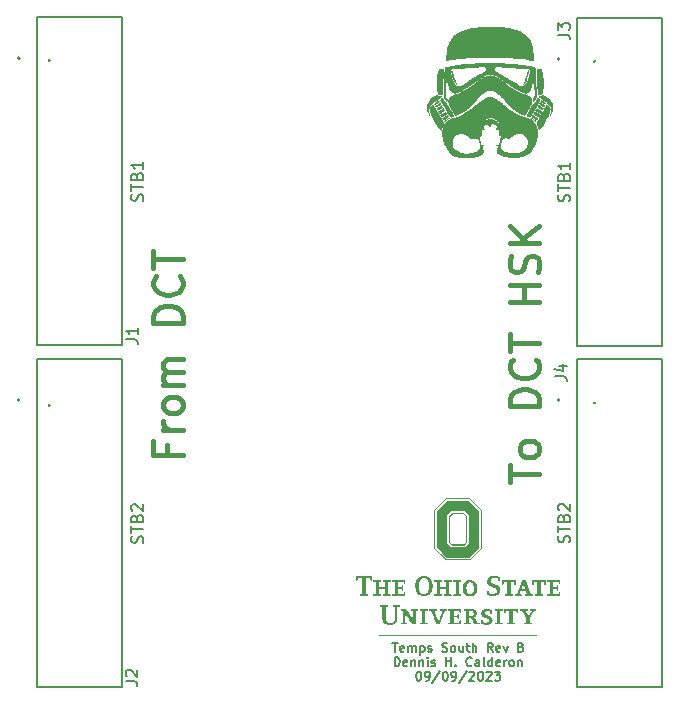
<source format=gbr>
%TF.GenerationSoftware,KiCad,Pcbnew,7.0.7*%
%TF.CreationDate,2023-09-12T10:14:53-04:00*%
%TF.ProjectId,Temps_South,54656d70-735f-4536-9f75-74682e6b6963,B*%
%TF.SameCoordinates,Original*%
%TF.FileFunction,Legend,Top*%
%TF.FilePolarity,Positive*%
%FSLAX46Y46*%
G04 Gerber Fmt 4.6, Leading zero omitted, Abs format (unit mm)*
G04 Created by KiCad (PCBNEW 7.0.7) date 2023-09-12 10:14:53*
%MOMM*%
%LPD*%
G01*
G04 APERTURE LIST*
%ADD10C,0.254000*%
%ADD11C,0.400000*%
%ADD12C,0.150000*%
%ADD13C,0.200000*%
%ADD14C,0.127000*%
G04 APERTURE END LIST*
D10*
X138861800Y-50900000D02*
G75*
G03*
X138861800Y-50900000I-25400J0D01*
G01*
X92670001Y-50830000D02*
G75*
G03*
X92670001Y-50830000I-1J0D01*
G01*
X92680001Y-80020000D02*
G75*
G03*
X92680001Y-80020000I-1J0D01*
G01*
X138861800Y-79832200D02*
G75*
G03*
X138861800Y-79832200I-25400J0D01*
G01*
D11*
X131668147Y-86514980D02*
X131668147Y-85086409D01*
X134168147Y-85800695D02*
X131668147Y-85800695D01*
X134168147Y-83895933D02*
X134049100Y-84134028D01*
X134049100Y-84134028D02*
X133930052Y-84253075D01*
X133930052Y-84253075D02*
X133691957Y-84372123D01*
X133691957Y-84372123D02*
X132977671Y-84372123D01*
X132977671Y-84372123D02*
X132739576Y-84253075D01*
X132739576Y-84253075D02*
X132620528Y-84134028D01*
X132620528Y-84134028D02*
X132501480Y-83895933D01*
X132501480Y-83895933D02*
X132501480Y-83538790D01*
X132501480Y-83538790D02*
X132620528Y-83300694D01*
X132620528Y-83300694D02*
X132739576Y-83181647D01*
X132739576Y-83181647D02*
X132977671Y-83062599D01*
X132977671Y-83062599D02*
X133691957Y-83062599D01*
X133691957Y-83062599D02*
X133930052Y-83181647D01*
X133930052Y-83181647D02*
X134049100Y-83300694D01*
X134049100Y-83300694D02*
X134168147Y-83538790D01*
X134168147Y-83538790D02*
X134168147Y-83895933D01*
X134168147Y-80086408D02*
X131668147Y-80086408D01*
X131668147Y-80086408D02*
X131668147Y-79491170D01*
X131668147Y-79491170D02*
X131787195Y-79134027D01*
X131787195Y-79134027D02*
X132025290Y-78895932D01*
X132025290Y-78895932D02*
X132263385Y-78776885D01*
X132263385Y-78776885D02*
X132739576Y-78657837D01*
X132739576Y-78657837D02*
X133096719Y-78657837D01*
X133096719Y-78657837D02*
X133572909Y-78776885D01*
X133572909Y-78776885D02*
X133811004Y-78895932D01*
X133811004Y-78895932D02*
X134049100Y-79134027D01*
X134049100Y-79134027D02*
X134168147Y-79491170D01*
X134168147Y-79491170D02*
X134168147Y-80086408D01*
X133930052Y-76157837D02*
X134049100Y-76276885D01*
X134049100Y-76276885D02*
X134168147Y-76634027D01*
X134168147Y-76634027D02*
X134168147Y-76872123D01*
X134168147Y-76872123D02*
X134049100Y-77229266D01*
X134049100Y-77229266D02*
X133811004Y-77467361D01*
X133811004Y-77467361D02*
X133572909Y-77586408D01*
X133572909Y-77586408D02*
X133096719Y-77705456D01*
X133096719Y-77705456D02*
X132739576Y-77705456D01*
X132739576Y-77705456D02*
X132263385Y-77586408D01*
X132263385Y-77586408D02*
X132025290Y-77467361D01*
X132025290Y-77467361D02*
X131787195Y-77229266D01*
X131787195Y-77229266D02*
X131668147Y-76872123D01*
X131668147Y-76872123D02*
X131668147Y-76634027D01*
X131668147Y-76634027D02*
X131787195Y-76276885D01*
X131787195Y-76276885D02*
X131906242Y-76157837D01*
X131668147Y-75443551D02*
X131668147Y-74014980D01*
X134168147Y-74729266D02*
X131668147Y-74729266D01*
X134168147Y-71276884D02*
X131668147Y-71276884D01*
X132858623Y-71276884D02*
X132858623Y-69848313D01*
X134168147Y-69848313D02*
X131668147Y-69848313D01*
X134049100Y-68776884D02*
X134168147Y-68419741D01*
X134168147Y-68419741D02*
X134168147Y-67824503D01*
X134168147Y-67824503D02*
X134049100Y-67586408D01*
X134049100Y-67586408D02*
X133930052Y-67467360D01*
X133930052Y-67467360D02*
X133691957Y-67348313D01*
X133691957Y-67348313D02*
X133453861Y-67348313D01*
X133453861Y-67348313D02*
X133215766Y-67467360D01*
X133215766Y-67467360D02*
X133096719Y-67586408D01*
X133096719Y-67586408D02*
X132977671Y-67824503D01*
X132977671Y-67824503D02*
X132858623Y-68300694D01*
X132858623Y-68300694D02*
X132739576Y-68538789D01*
X132739576Y-68538789D02*
X132620528Y-68657836D01*
X132620528Y-68657836D02*
X132382433Y-68776884D01*
X132382433Y-68776884D02*
X132144338Y-68776884D01*
X132144338Y-68776884D02*
X131906242Y-68657836D01*
X131906242Y-68657836D02*
X131787195Y-68538789D01*
X131787195Y-68538789D02*
X131668147Y-68300694D01*
X131668147Y-68300694D02*
X131668147Y-67705455D01*
X131668147Y-67705455D02*
X131787195Y-67348313D01*
X134168147Y-66276884D02*
X131668147Y-66276884D01*
X134168147Y-64848313D02*
X132739576Y-65919742D01*
X131668147Y-64848313D02*
X133096719Y-66276884D01*
D12*
X121737543Y-100118495D02*
X122172972Y-100118495D01*
X121955257Y-100880495D02*
X121955257Y-100118495D01*
X122717257Y-100844210D02*
X122644685Y-100880495D01*
X122644685Y-100880495D02*
X122499543Y-100880495D01*
X122499543Y-100880495D02*
X122426971Y-100844210D01*
X122426971Y-100844210D02*
X122390685Y-100771638D01*
X122390685Y-100771638D02*
X122390685Y-100481352D01*
X122390685Y-100481352D02*
X122426971Y-100408781D01*
X122426971Y-100408781D02*
X122499543Y-100372495D01*
X122499543Y-100372495D02*
X122644685Y-100372495D01*
X122644685Y-100372495D02*
X122717257Y-100408781D01*
X122717257Y-100408781D02*
X122753543Y-100481352D01*
X122753543Y-100481352D02*
X122753543Y-100553924D01*
X122753543Y-100553924D02*
X122390685Y-100626495D01*
X123080114Y-100880495D02*
X123080114Y-100372495D01*
X123080114Y-100445067D02*
X123116400Y-100408781D01*
X123116400Y-100408781D02*
X123188971Y-100372495D01*
X123188971Y-100372495D02*
X123297828Y-100372495D01*
X123297828Y-100372495D02*
X123370400Y-100408781D01*
X123370400Y-100408781D02*
X123406686Y-100481352D01*
X123406686Y-100481352D02*
X123406686Y-100880495D01*
X123406686Y-100481352D02*
X123442971Y-100408781D01*
X123442971Y-100408781D02*
X123515543Y-100372495D01*
X123515543Y-100372495D02*
X123624400Y-100372495D01*
X123624400Y-100372495D02*
X123696971Y-100408781D01*
X123696971Y-100408781D02*
X123733257Y-100481352D01*
X123733257Y-100481352D02*
X123733257Y-100880495D01*
X124096114Y-100372495D02*
X124096114Y-101134495D01*
X124096114Y-100408781D02*
X124168686Y-100372495D01*
X124168686Y-100372495D02*
X124313828Y-100372495D01*
X124313828Y-100372495D02*
X124386400Y-100408781D01*
X124386400Y-100408781D02*
X124422686Y-100445067D01*
X124422686Y-100445067D02*
X124458971Y-100517638D01*
X124458971Y-100517638D02*
X124458971Y-100735352D01*
X124458971Y-100735352D02*
X124422686Y-100807924D01*
X124422686Y-100807924D02*
X124386400Y-100844210D01*
X124386400Y-100844210D02*
X124313828Y-100880495D01*
X124313828Y-100880495D02*
X124168686Y-100880495D01*
X124168686Y-100880495D02*
X124096114Y-100844210D01*
X124749257Y-100844210D02*
X124821829Y-100880495D01*
X124821829Y-100880495D02*
X124966972Y-100880495D01*
X124966972Y-100880495D02*
X125039543Y-100844210D01*
X125039543Y-100844210D02*
X125075829Y-100771638D01*
X125075829Y-100771638D02*
X125075829Y-100735352D01*
X125075829Y-100735352D02*
X125039543Y-100662781D01*
X125039543Y-100662781D02*
X124966972Y-100626495D01*
X124966972Y-100626495D02*
X124858115Y-100626495D01*
X124858115Y-100626495D02*
X124785543Y-100590210D01*
X124785543Y-100590210D02*
X124749257Y-100517638D01*
X124749257Y-100517638D02*
X124749257Y-100481352D01*
X124749257Y-100481352D02*
X124785543Y-100408781D01*
X124785543Y-100408781D02*
X124858115Y-100372495D01*
X124858115Y-100372495D02*
X124966972Y-100372495D01*
X124966972Y-100372495D02*
X125039543Y-100408781D01*
X125946685Y-100844210D02*
X126055543Y-100880495D01*
X126055543Y-100880495D02*
X126236971Y-100880495D01*
X126236971Y-100880495D02*
X126309543Y-100844210D01*
X126309543Y-100844210D02*
X126345828Y-100807924D01*
X126345828Y-100807924D02*
X126382114Y-100735352D01*
X126382114Y-100735352D02*
X126382114Y-100662781D01*
X126382114Y-100662781D02*
X126345828Y-100590210D01*
X126345828Y-100590210D02*
X126309543Y-100553924D01*
X126309543Y-100553924D02*
X126236971Y-100517638D01*
X126236971Y-100517638D02*
X126091828Y-100481352D01*
X126091828Y-100481352D02*
X126019257Y-100445067D01*
X126019257Y-100445067D02*
X125982971Y-100408781D01*
X125982971Y-100408781D02*
X125946685Y-100336210D01*
X125946685Y-100336210D02*
X125946685Y-100263638D01*
X125946685Y-100263638D02*
X125982971Y-100191067D01*
X125982971Y-100191067D02*
X126019257Y-100154781D01*
X126019257Y-100154781D02*
X126091828Y-100118495D01*
X126091828Y-100118495D02*
X126273257Y-100118495D01*
X126273257Y-100118495D02*
X126382114Y-100154781D01*
X126817542Y-100880495D02*
X126744971Y-100844210D01*
X126744971Y-100844210D02*
X126708685Y-100807924D01*
X126708685Y-100807924D02*
X126672399Y-100735352D01*
X126672399Y-100735352D02*
X126672399Y-100517638D01*
X126672399Y-100517638D02*
X126708685Y-100445067D01*
X126708685Y-100445067D02*
X126744971Y-100408781D01*
X126744971Y-100408781D02*
X126817542Y-100372495D01*
X126817542Y-100372495D02*
X126926399Y-100372495D01*
X126926399Y-100372495D02*
X126998971Y-100408781D01*
X126998971Y-100408781D02*
X127035257Y-100445067D01*
X127035257Y-100445067D02*
X127071542Y-100517638D01*
X127071542Y-100517638D02*
X127071542Y-100735352D01*
X127071542Y-100735352D02*
X127035257Y-100807924D01*
X127035257Y-100807924D02*
X126998971Y-100844210D01*
X126998971Y-100844210D02*
X126926399Y-100880495D01*
X126926399Y-100880495D02*
X126817542Y-100880495D01*
X127724686Y-100372495D02*
X127724686Y-100880495D01*
X127398114Y-100372495D02*
X127398114Y-100771638D01*
X127398114Y-100771638D02*
X127434400Y-100844210D01*
X127434400Y-100844210D02*
X127506971Y-100880495D01*
X127506971Y-100880495D02*
X127615828Y-100880495D01*
X127615828Y-100880495D02*
X127688400Y-100844210D01*
X127688400Y-100844210D02*
X127724686Y-100807924D01*
X127978686Y-100372495D02*
X128268972Y-100372495D01*
X128087543Y-100118495D02*
X128087543Y-100771638D01*
X128087543Y-100771638D02*
X128123829Y-100844210D01*
X128123829Y-100844210D02*
X128196400Y-100880495D01*
X128196400Y-100880495D02*
X128268972Y-100880495D01*
X128522972Y-100880495D02*
X128522972Y-100118495D01*
X128849544Y-100880495D02*
X128849544Y-100481352D01*
X128849544Y-100481352D02*
X128813258Y-100408781D01*
X128813258Y-100408781D02*
X128740686Y-100372495D01*
X128740686Y-100372495D02*
X128631829Y-100372495D01*
X128631829Y-100372495D02*
X128559258Y-100408781D01*
X128559258Y-100408781D02*
X128522972Y-100445067D01*
X130228401Y-100880495D02*
X129974401Y-100517638D01*
X129792972Y-100880495D02*
X129792972Y-100118495D01*
X129792972Y-100118495D02*
X130083258Y-100118495D01*
X130083258Y-100118495D02*
X130155829Y-100154781D01*
X130155829Y-100154781D02*
X130192115Y-100191067D01*
X130192115Y-100191067D02*
X130228401Y-100263638D01*
X130228401Y-100263638D02*
X130228401Y-100372495D01*
X130228401Y-100372495D02*
X130192115Y-100445067D01*
X130192115Y-100445067D02*
X130155829Y-100481352D01*
X130155829Y-100481352D02*
X130083258Y-100517638D01*
X130083258Y-100517638D02*
X129792972Y-100517638D01*
X130845258Y-100844210D02*
X130772686Y-100880495D01*
X130772686Y-100880495D02*
X130627544Y-100880495D01*
X130627544Y-100880495D02*
X130554972Y-100844210D01*
X130554972Y-100844210D02*
X130518686Y-100771638D01*
X130518686Y-100771638D02*
X130518686Y-100481352D01*
X130518686Y-100481352D02*
X130554972Y-100408781D01*
X130554972Y-100408781D02*
X130627544Y-100372495D01*
X130627544Y-100372495D02*
X130772686Y-100372495D01*
X130772686Y-100372495D02*
X130845258Y-100408781D01*
X130845258Y-100408781D02*
X130881544Y-100481352D01*
X130881544Y-100481352D02*
X130881544Y-100553924D01*
X130881544Y-100553924D02*
X130518686Y-100626495D01*
X131135544Y-100372495D02*
X131316972Y-100880495D01*
X131316972Y-100880495D02*
X131498401Y-100372495D01*
X132623257Y-100481352D02*
X132732114Y-100517638D01*
X132732114Y-100517638D02*
X132768400Y-100553924D01*
X132768400Y-100553924D02*
X132804686Y-100626495D01*
X132804686Y-100626495D02*
X132804686Y-100735352D01*
X132804686Y-100735352D02*
X132768400Y-100807924D01*
X132768400Y-100807924D02*
X132732114Y-100844210D01*
X132732114Y-100844210D02*
X132659543Y-100880495D01*
X132659543Y-100880495D02*
X132369257Y-100880495D01*
X132369257Y-100880495D02*
X132369257Y-100118495D01*
X132369257Y-100118495D02*
X132623257Y-100118495D01*
X132623257Y-100118495D02*
X132695829Y-100154781D01*
X132695829Y-100154781D02*
X132732114Y-100191067D01*
X132732114Y-100191067D02*
X132768400Y-100263638D01*
X132768400Y-100263638D02*
X132768400Y-100336210D01*
X132768400Y-100336210D02*
X132732114Y-100408781D01*
X132732114Y-100408781D02*
X132695829Y-100445067D01*
X132695829Y-100445067D02*
X132623257Y-100481352D01*
X132623257Y-100481352D02*
X132369257Y-100481352D01*
X121918970Y-102107315D02*
X121918970Y-101345315D01*
X121918970Y-101345315D02*
X122100399Y-101345315D01*
X122100399Y-101345315D02*
X122209256Y-101381601D01*
X122209256Y-101381601D02*
X122281827Y-101454172D01*
X122281827Y-101454172D02*
X122318113Y-101526744D01*
X122318113Y-101526744D02*
X122354399Y-101671887D01*
X122354399Y-101671887D02*
X122354399Y-101780744D01*
X122354399Y-101780744D02*
X122318113Y-101925887D01*
X122318113Y-101925887D02*
X122281827Y-101998458D01*
X122281827Y-101998458D02*
X122209256Y-102071030D01*
X122209256Y-102071030D02*
X122100399Y-102107315D01*
X122100399Y-102107315D02*
X121918970Y-102107315D01*
X122971256Y-102071030D02*
X122898684Y-102107315D01*
X122898684Y-102107315D02*
X122753542Y-102107315D01*
X122753542Y-102107315D02*
X122680970Y-102071030D01*
X122680970Y-102071030D02*
X122644684Y-101998458D01*
X122644684Y-101998458D02*
X122644684Y-101708172D01*
X122644684Y-101708172D02*
X122680970Y-101635601D01*
X122680970Y-101635601D02*
X122753542Y-101599315D01*
X122753542Y-101599315D02*
X122898684Y-101599315D01*
X122898684Y-101599315D02*
X122971256Y-101635601D01*
X122971256Y-101635601D02*
X123007542Y-101708172D01*
X123007542Y-101708172D02*
X123007542Y-101780744D01*
X123007542Y-101780744D02*
X122644684Y-101853315D01*
X123334113Y-101599315D02*
X123334113Y-102107315D01*
X123334113Y-101671887D02*
X123370399Y-101635601D01*
X123370399Y-101635601D02*
X123442970Y-101599315D01*
X123442970Y-101599315D02*
X123551827Y-101599315D01*
X123551827Y-101599315D02*
X123624399Y-101635601D01*
X123624399Y-101635601D02*
X123660685Y-101708172D01*
X123660685Y-101708172D02*
X123660685Y-102107315D01*
X124023542Y-101599315D02*
X124023542Y-102107315D01*
X124023542Y-101671887D02*
X124059828Y-101635601D01*
X124059828Y-101635601D02*
X124132399Y-101599315D01*
X124132399Y-101599315D02*
X124241256Y-101599315D01*
X124241256Y-101599315D02*
X124313828Y-101635601D01*
X124313828Y-101635601D02*
X124350114Y-101708172D01*
X124350114Y-101708172D02*
X124350114Y-102107315D01*
X124712971Y-102107315D02*
X124712971Y-101599315D01*
X124712971Y-101345315D02*
X124676685Y-101381601D01*
X124676685Y-101381601D02*
X124712971Y-101417887D01*
X124712971Y-101417887D02*
X124749257Y-101381601D01*
X124749257Y-101381601D02*
X124712971Y-101345315D01*
X124712971Y-101345315D02*
X124712971Y-101417887D01*
X125039542Y-102071030D02*
X125112114Y-102107315D01*
X125112114Y-102107315D02*
X125257257Y-102107315D01*
X125257257Y-102107315D02*
X125329828Y-102071030D01*
X125329828Y-102071030D02*
X125366114Y-101998458D01*
X125366114Y-101998458D02*
X125366114Y-101962172D01*
X125366114Y-101962172D02*
X125329828Y-101889601D01*
X125329828Y-101889601D02*
X125257257Y-101853315D01*
X125257257Y-101853315D02*
X125148400Y-101853315D01*
X125148400Y-101853315D02*
X125075828Y-101817030D01*
X125075828Y-101817030D02*
X125039542Y-101744458D01*
X125039542Y-101744458D02*
X125039542Y-101708172D01*
X125039542Y-101708172D02*
X125075828Y-101635601D01*
X125075828Y-101635601D02*
X125148400Y-101599315D01*
X125148400Y-101599315D02*
X125257257Y-101599315D01*
X125257257Y-101599315D02*
X125329828Y-101635601D01*
X126273256Y-102107315D02*
X126273256Y-101345315D01*
X126273256Y-101708172D02*
X126708685Y-101708172D01*
X126708685Y-102107315D02*
X126708685Y-101345315D01*
X127071542Y-102034744D02*
X127107828Y-102071030D01*
X127107828Y-102071030D02*
X127071542Y-102107315D01*
X127071542Y-102107315D02*
X127035256Y-102071030D01*
X127035256Y-102071030D02*
X127071542Y-102034744D01*
X127071542Y-102034744D02*
X127071542Y-102107315D01*
X128450399Y-102034744D02*
X128414113Y-102071030D01*
X128414113Y-102071030D02*
X128305256Y-102107315D01*
X128305256Y-102107315D02*
X128232684Y-102107315D01*
X128232684Y-102107315D02*
X128123827Y-102071030D01*
X128123827Y-102071030D02*
X128051256Y-101998458D01*
X128051256Y-101998458D02*
X128014970Y-101925887D01*
X128014970Y-101925887D02*
X127978684Y-101780744D01*
X127978684Y-101780744D02*
X127978684Y-101671887D01*
X127978684Y-101671887D02*
X128014970Y-101526744D01*
X128014970Y-101526744D02*
X128051256Y-101454172D01*
X128051256Y-101454172D02*
X128123827Y-101381601D01*
X128123827Y-101381601D02*
X128232684Y-101345315D01*
X128232684Y-101345315D02*
X128305256Y-101345315D01*
X128305256Y-101345315D02*
X128414113Y-101381601D01*
X128414113Y-101381601D02*
X128450399Y-101417887D01*
X129103542Y-102107315D02*
X129103542Y-101708172D01*
X129103542Y-101708172D02*
X129067256Y-101635601D01*
X129067256Y-101635601D02*
X128994684Y-101599315D01*
X128994684Y-101599315D02*
X128849542Y-101599315D01*
X128849542Y-101599315D02*
X128776970Y-101635601D01*
X129103542Y-102071030D02*
X129030970Y-102107315D01*
X129030970Y-102107315D02*
X128849542Y-102107315D01*
X128849542Y-102107315D02*
X128776970Y-102071030D01*
X128776970Y-102071030D02*
X128740684Y-101998458D01*
X128740684Y-101998458D02*
X128740684Y-101925887D01*
X128740684Y-101925887D02*
X128776970Y-101853315D01*
X128776970Y-101853315D02*
X128849542Y-101817030D01*
X128849542Y-101817030D02*
X129030970Y-101817030D01*
X129030970Y-101817030D02*
X129103542Y-101780744D01*
X129575256Y-102107315D02*
X129502685Y-102071030D01*
X129502685Y-102071030D02*
X129466399Y-101998458D01*
X129466399Y-101998458D02*
X129466399Y-101345315D01*
X130192114Y-102107315D02*
X130192114Y-101345315D01*
X130192114Y-102071030D02*
X130119542Y-102107315D01*
X130119542Y-102107315D02*
X129974399Y-102107315D01*
X129974399Y-102107315D02*
X129901828Y-102071030D01*
X129901828Y-102071030D02*
X129865542Y-102034744D01*
X129865542Y-102034744D02*
X129829256Y-101962172D01*
X129829256Y-101962172D02*
X129829256Y-101744458D01*
X129829256Y-101744458D02*
X129865542Y-101671887D01*
X129865542Y-101671887D02*
X129901828Y-101635601D01*
X129901828Y-101635601D02*
X129974399Y-101599315D01*
X129974399Y-101599315D02*
X130119542Y-101599315D01*
X130119542Y-101599315D02*
X130192114Y-101635601D01*
X130845257Y-102071030D02*
X130772685Y-102107315D01*
X130772685Y-102107315D02*
X130627543Y-102107315D01*
X130627543Y-102107315D02*
X130554971Y-102071030D01*
X130554971Y-102071030D02*
X130518685Y-101998458D01*
X130518685Y-101998458D02*
X130518685Y-101708172D01*
X130518685Y-101708172D02*
X130554971Y-101635601D01*
X130554971Y-101635601D02*
X130627543Y-101599315D01*
X130627543Y-101599315D02*
X130772685Y-101599315D01*
X130772685Y-101599315D02*
X130845257Y-101635601D01*
X130845257Y-101635601D02*
X130881543Y-101708172D01*
X130881543Y-101708172D02*
X130881543Y-101780744D01*
X130881543Y-101780744D02*
X130518685Y-101853315D01*
X131208114Y-102107315D02*
X131208114Y-101599315D01*
X131208114Y-101744458D02*
X131244400Y-101671887D01*
X131244400Y-101671887D02*
X131280686Y-101635601D01*
X131280686Y-101635601D02*
X131353257Y-101599315D01*
X131353257Y-101599315D02*
X131425828Y-101599315D01*
X131788685Y-102107315D02*
X131716114Y-102071030D01*
X131716114Y-102071030D02*
X131679828Y-102034744D01*
X131679828Y-102034744D02*
X131643542Y-101962172D01*
X131643542Y-101962172D02*
X131643542Y-101744458D01*
X131643542Y-101744458D02*
X131679828Y-101671887D01*
X131679828Y-101671887D02*
X131716114Y-101635601D01*
X131716114Y-101635601D02*
X131788685Y-101599315D01*
X131788685Y-101599315D02*
X131897542Y-101599315D01*
X131897542Y-101599315D02*
X131970114Y-101635601D01*
X131970114Y-101635601D02*
X132006400Y-101671887D01*
X132006400Y-101671887D02*
X132042685Y-101744458D01*
X132042685Y-101744458D02*
X132042685Y-101962172D01*
X132042685Y-101962172D02*
X132006400Y-102034744D01*
X132006400Y-102034744D02*
X131970114Y-102071030D01*
X131970114Y-102071030D02*
X131897542Y-102107315D01*
X131897542Y-102107315D02*
X131788685Y-102107315D01*
X132369257Y-101599315D02*
X132369257Y-102107315D01*
X132369257Y-101671887D02*
X132405543Y-101635601D01*
X132405543Y-101635601D02*
X132478114Y-101599315D01*
X132478114Y-101599315D02*
X132586971Y-101599315D01*
X132586971Y-101599315D02*
X132659543Y-101635601D01*
X132659543Y-101635601D02*
X132695829Y-101708172D01*
X132695829Y-101708172D02*
X132695829Y-102107315D01*
X123932829Y-102572135D02*
X124005400Y-102572135D01*
X124005400Y-102572135D02*
X124077972Y-102608421D01*
X124077972Y-102608421D02*
X124114258Y-102644707D01*
X124114258Y-102644707D02*
X124150543Y-102717278D01*
X124150543Y-102717278D02*
X124186829Y-102862421D01*
X124186829Y-102862421D02*
X124186829Y-103043850D01*
X124186829Y-103043850D02*
X124150543Y-103188992D01*
X124150543Y-103188992D02*
X124114258Y-103261564D01*
X124114258Y-103261564D02*
X124077972Y-103297850D01*
X124077972Y-103297850D02*
X124005400Y-103334135D01*
X124005400Y-103334135D02*
X123932829Y-103334135D01*
X123932829Y-103334135D02*
X123860258Y-103297850D01*
X123860258Y-103297850D02*
X123823972Y-103261564D01*
X123823972Y-103261564D02*
X123787686Y-103188992D01*
X123787686Y-103188992D02*
X123751400Y-103043850D01*
X123751400Y-103043850D02*
X123751400Y-102862421D01*
X123751400Y-102862421D02*
X123787686Y-102717278D01*
X123787686Y-102717278D02*
X123823972Y-102644707D01*
X123823972Y-102644707D02*
X123860258Y-102608421D01*
X123860258Y-102608421D02*
X123932829Y-102572135D01*
X124549686Y-103334135D02*
X124694829Y-103334135D01*
X124694829Y-103334135D02*
X124767400Y-103297850D01*
X124767400Y-103297850D02*
X124803686Y-103261564D01*
X124803686Y-103261564D02*
X124876257Y-103152707D01*
X124876257Y-103152707D02*
X124912543Y-103007564D01*
X124912543Y-103007564D02*
X124912543Y-102717278D01*
X124912543Y-102717278D02*
X124876257Y-102644707D01*
X124876257Y-102644707D02*
X124839972Y-102608421D01*
X124839972Y-102608421D02*
X124767400Y-102572135D01*
X124767400Y-102572135D02*
X124622257Y-102572135D01*
X124622257Y-102572135D02*
X124549686Y-102608421D01*
X124549686Y-102608421D02*
X124513400Y-102644707D01*
X124513400Y-102644707D02*
X124477114Y-102717278D01*
X124477114Y-102717278D02*
X124477114Y-102898707D01*
X124477114Y-102898707D02*
X124513400Y-102971278D01*
X124513400Y-102971278D02*
X124549686Y-103007564D01*
X124549686Y-103007564D02*
X124622257Y-103043850D01*
X124622257Y-103043850D02*
X124767400Y-103043850D01*
X124767400Y-103043850D02*
X124839972Y-103007564D01*
X124839972Y-103007564D02*
X124876257Y-102971278D01*
X124876257Y-102971278D02*
X124912543Y-102898707D01*
X125783400Y-102535850D02*
X125130257Y-103515564D01*
X126182543Y-102572135D02*
X126255114Y-102572135D01*
X126255114Y-102572135D02*
X126327686Y-102608421D01*
X126327686Y-102608421D02*
X126363972Y-102644707D01*
X126363972Y-102644707D02*
X126400257Y-102717278D01*
X126400257Y-102717278D02*
X126436543Y-102862421D01*
X126436543Y-102862421D02*
X126436543Y-103043850D01*
X126436543Y-103043850D02*
X126400257Y-103188992D01*
X126400257Y-103188992D02*
X126363972Y-103261564D01*
X126363972Y-103261564D02*
X126327686Y-103297850D01*
X126327686Y-103297850D02*
X126255114Y-103334135D01*
X126255114Y-103334135D02*
X126182543Y-103334135D01*
X126182543Y-103334135D02*
X126109972Y-103297850D01*
X126109972Y-103297850D02*
X126073686Y-103261564D01*
X126073686Y-103261564D02*
X126037400Y-103188992D01*
X126037400Y-103188992D02*
X126001114Y-103043850D01*
X126001114Y-103043850D02*
X126001114Y-102862421D01*
X126001114Y-102862421D02*
X126037400Y-102717278D01*
X126037400Y-102717278D02*
X126073686Y-102644707D01*
X126073686Y-102644707D02*
X126109972Y-102608421D01*
X126109972Y-102608421D02*
X126182543Y-102572135D01*
X126799400Y-103334135D02*
X126944543Y-103334135D01*
X126944543Y-103334135D02*
X127017114Y-103297850D01*
X127017114Y-103297850D02*
X127053400Y-103261564D01*
X127053400Y-103261564D02*
X127125971Y-103152707D01*
X127125971Y-103152707D02*
X127162257Y-103007564D01*
X127162257Y-103007564D02*
X127162257Y-102717278D01*
X127162257Y-102717278D02*
X127125971Y-102644707D01*
X127125971Y-102644707D02*
X127089686Y-102608421D01*
X127089686Y-102608421D02*
X127017114Y-102572135D01*
X127017114Y-102572135D02*
X126871971Y-102572135D01*
X126871971Y-102572135D02*
X126799400Y-102608421D01*
X126799400Y-102608421D02*
X126763114Y-102644707D01*
X126763114Y-102644707D02*
X126726828Y-102717278D01*
X126726828Y-102717278D02*
X126726828Y-102898707D01*
X126726828Y-102898707D02*
X126763114Y-102971278D01*
X126763114Y-102971278D02*
X126799400Y-103007564D01*
X126799400Y-103007564D02*
X126871971Y-103043850D01*
X126871971Y-103043850D02*
X127017114Y-103043850D01*
X127017114Y-103043850D02*
X127089686Y-103007564D01*
X127089686Y-103007564D02*
X127125971Y-102971278D01*
X127125971Y-102971278D02*
X127162257Y-102898707D01*
X128033114Y-102535850D02*
X127379971Y-103515564D01*
X128250828Y-102644707D02*
X128287114Y-102608421D01*
X128287114Y-102608421D02*
X128359686Y-102572135D01*
X128359686Y-102572135D02*
X128541114Y-102572135D01*
X128541114Y-102572135D02*
X128613686Y-102608421D01*
X128613686Y-102608421D02*
X128649971Y-102644707D01*
X128649971Y-102644707D02*
X128686257Y-102717278D01*
X128686257Y-102717278D02*
X128686257Y-102789850D01*
X128686257Y-102789850D02*
X128649971Y-102898707D01*
X128649971Y-102898707D02*
X128214543Y-103334135D01*
X128214543Y-103334135D02*
X128686257Y-103334135D01*
X129157971Y-102572135D02*
X129230542Y-102572135D01*
X129230542Y-102572135D02*
X129303114Y-102608421D01*
X129303114Y-102608421D02*
X129339400Y-102644707D01*
X129339400Y-102644707D02*
X129375685Y-102717278D01*
X129375685Y-102717278D02*
X129411971Y-102862421D01*
X129411971Y-102862421D02*
X129411971Y-103043850D01*
X129411971Y-103043850D02*
X129375685Y-103188992D01*
X129375685Y-103188992D02*
X129339400Y-103261564D01*
X129339400Y-103261564D02*
X129303114Y-103297850D01*
X129303114Y-103297850D02*
X129230542Y-103334135D01*
X129230542Y-103334135D02*
X129157971Y-103334135D01*
X129157971Y-103334135D02*
X129085400Y-103297850D01*
X129085400Y-103297850D02*
X129049114Y-103261564D01*
X129049114Y-103261564D02*
X129012828Y-103188992D01*
X129012828Y-103188992D02*
X128976542Y-103043850D01*
X128976542Y-103043850D02*
X128976542Y-102862421D01*
X128976542Y-102862421D02*
X129012828Y-102717278D01*
X129012828Y-102717278D02*
X129049114Y-102644707D01*
X129049114Y-102644707D02*
X129085400Y-102608421D01*
X129085400Y-102608421D02*
X129157971Y-102572135D01*
X129702256Y-102644707D02*
X129738542Y-102608421D01*
X129738542Y-102608421D02*
X129811114Y-102572135D01*
X129811114Y-102572135D02*
X129992542Y-102572135D01*
X129992542Y-102572135D02*
X130065114Y-102608421D01*
X130065114Y-102608421D02*
X130101399Y-102644707D01*
X130101399Y-102644707D02*
X130137685Y-102717278D01*
X130137685Y-102717278D02*
X130137685Y-102789850D01*
X130137685Y-102789850D02*
X130101399Y-102898707D01*
X130101399Y-102898707D02*
X129665971Y-103334135D01*
X129665971Y-103334135D02*
X130137685Y-103334135D01*
X130391685Y-102572135D02*
X130863399Y-102572135D01*
X130863399Y-102572135D02*
X130609399Y-102862421D01*
X130609399Y-102862421D02*
X130718256Y-102862421D01*
X130718256Y-102862421D02*
X130790828Y-102898707D01*
X130790828Y-102898707D02*
X130827113Y-102934992D01*
X130827113Y-102934992D02*
X130863399Y-103007564D01*
X130863399Y-103007564D02*
X130863399Y-103188992D01*
X130863399Y-103188992D02*
X130827113Y-103261564D01*
X130827113Y-103261564D02*
X130790828Y-103297850D01*
X130790828Y-103297850D02*
X130718256Y-103334135D01*
X130718256Y-103334135D02*
X130500542Y-103334135D01*
X130500542Y-103334135D02*
X130427970Y-103297850D01*
X130427970Y-103297850D02*
X130391685Y-103261564D01*
D13*
X100587000Y-91660457D02*
X100634619Y-91517600D01*
X100634619Y-91517600D02*
X100634619Y-91279505D01*
X100634619Y-91279505D02*
X100587000Y-91184267D01*
X100587000Y-91184267D02*
X100539380Y-91136648D01*
X100539380Y-91136648D02*
X100444142Y-91089029D01*
X100444142Y-91089029D02*
X100348904Y-91089029D01*
X100348904Y-91089029D02*
X100253666Y-91136648D01*
X100253666Y-91136648D02*
X100206047Y-91184267D01*
X100206047Y-91184267D02*
X100158428Y-91279505D01*
X100158428Y-91279505D02*
X100110809Y-91469981D01*
X100110809Y-91469981D02*
X100063190Y-91565219D01*
X100063190Y-91565219D02*
X100015571Y-91612838D01*
X100015571Y-91612838D02*
X99920333Y-91660457D01*
X99920333Y-91660457D02*
X99825095Y-91660457D01*
X99825095Y-91660457D02*
X99729857Y-91612838D01*
X99729857Y-91612838D02*
X99682238Y-91565219D01*
X99682238Y-91565219D02*
X99634619Y-91469981D01*
X99634619Y-91469981D02*
X99634619Y-91231886D01*
X99634619Y-91231886D02*
X99682238Y-91089029D01*
X99634619Y-90803314D02*
X99634619Y-90231886D01*
X100634619Y-90517600D02*
X99634619Y-90517600D01*
X100110809Y-89565219D02*
X100158428Y-89422362D01*
X100158428Y-89422362D02*
X100206047Y-89374743D01*
X100206047Y-89374743D02*
X100301285Y-89327124D01*
X100301285Y-89327124D02*
X100444142Y-89327124D01*
X100444142Y-89327124D02*
X100539380Y-89374743D01*
X100539380Y-89374743D02*
X100587000Y-89422362D01*
X100587000Y-89422362D02*
X100634619Y-89517600D01*
X100634619Y-89517600D02*
X100634619Y-89898552D01*
X100634619Y-89898552D02*
X99634619Y-89898552D01*
X99634619Y-89898552D02*
X99634619Y-89565219D01*
X99634619Y-89565219D02*
X99682238Y-89469981D01*
X99682238Y-89469981D02*
X99729857Y-89422362D01*
X99729857Y-89422362D02*
X99825095Y-89374743D01*
X99825095Y-89374743D02*
X99920333Y-89374743D01*
X99920333Y-89374743D02*
X100015571Y-89422362D01*
X100015571Y-89422362D02*
X100063190Y-89469981D01*
X100063190Y-89469981D02*
X100110809Y-89565219D01*
X100110809Y-89565219D02*
X100110809Y-89898552D01*
X99729857Y-88946171D02*
X99682238Y-88898552D01*
X99682238Y-88898552D02*
X99634619Y-88803314D01*
X99634619Y-88803314D02*
X99634619Y-88565219D01*
X99634619Y-88565219D02*
X99682238Y-88469981D01*
X99682238Y-88469981D02*
X99729857Y-88422362D01*
X99729857Y-88422362D02*
X99825095Y-88374743D01*
X99825095Y-88374743D02*
X99920333Y-88374743D01*
X99920333Y-88374743D02*
X100063190Y-88422362D01*
X100063190Y-88422362D02*
X100634619Y-88993790D01*
X100634619Y-88993790D02*
X100634619Y-88374743D01*
X136712000Y-91630456D02*
X136759619Y-91487599D01*
X136759619Y-91487599D02*
X136759619Y-91249504D01*
X136759619Y-91249504D02*
X136712000Y-91154266D01*
X136712000Y-91154266D02*
X136664380Y-91106647D01*
X136664380Y-91106647D02*
X136569142Y-91059028D01*
X136569142Y-91059028D02*
X136473904Y-91059028D01*
X136473904Y-91059028D02*
X136378666Y-91106647D01*
X136378666Y-91106647D02*
X136331047Y-91154266D01*
X136331047Y-91154266D02*
X136283428Y-91249504D01*
X136283428Y-91249504D02*
X136235809Y-91439980D01*
X136235809Y-91439980D02*
X136188190Y-91535218D01*
X136188190Y-91535218D02*
X136140571Y-91582837D01*
X136140571Y-91582837D02*
X136045333Y-91630456D01*
X136045333Y-91630456D02*
X135950095Y-91630456D01*
X135950095Y-91630456D02*
X135854857Y-91582837D01*
X135854857Y-91582837D02*
X135807238Y-91535218D01*
X135807238Y-91535218D02*
X135759619Y-91439980D01*
X135759619Y-91439980D02*
X135759619Y-91201885D01*
X135759619Y-91201885D02*
X135807238Y-91059028D01*
X135759619Y-90773313D02*
X135759619Y-90201885D01*
X136759619Y-90487599D02*
X135759619Y-90487599D01*
X136235809Y-89535218D02*
X136283428Y-89392361D01*
X136283428Y-89392361D02*
X136331047Y-89344742D01*
X136331047Y-89344742D02*
X136426285Y-89297123D01*
X136426285Y-89297123D02*
X136569142Y-89297123D01*
X136569142Y-89297123D02*
X136664380Y-89344742D01*
X136664380Y-89344742D02*
X136712000Y-89392361D01*
X136712000Y-89392361D02*
X136759619Y-89487599D01*
X136759619Y-89487599D02*
X136759619Y-89868551D01*
X136759619Y-89868551D02*
X135759619Y-89868551D01*
X135759619Y-89868551D02*
X135759619Y-89535218D01*
X135759619Y-89535218D02*
X135807238Y-89439980D01*
X135807238Y-89439980D02*
X135854857Y-89392361D01*
X135854857Y-89392361D02*
X135950095Y-89344742D01*
X135950095Y-89344742D02*
X136045333Y-89344742D01*
X136045333Y-89344742D02*
X136140571Y-89392361D01*
X136140571Y-89392361D02*
X136188190Y-89439980D01*
X136188190Y-89439980D02*
X136235809Y-89535218D01*
X136235809Y-89535218D02*
X136235809Y-89868551D01*
X135854857Y-88916170D02*
X135807238Y-88868551D01*
X135807238Y-88868551D02*
X135759619Y-88773313D01*
X135759619Y-88773313D02*
X135759619Y-88535218D01*
X135759619Y-88535218D02*
X135807238Y-88439980D01*
X135807238Y-88439980D02*
X135854857Y-88392361D01*
X135854857Y-88392361D02*
X135950095Y-88344742D01*
X135950095Y-88344742D02*
X136045333Y-88344742D01*
X136045333Y-88344742D02*
X136188190Y-88392361D01*
X136188190Y-88392361D02*
X136759619Y-88963789D01*
X136759619Y-88963789D02*
X136759619Y-88344742D01*
D11*
X102683623Y-83381647D02*
X102683623Y-84214980D01*
X103993147Y-84214980D02*
X101493147Y-84214980D01*
X101493147Y-84214980D02*
X101493147Y-83024504D01*
X103993147Y-82072123D02*
X102326480Y-82072123D01*
X102802671Y-82072123D02*
X102564576Y-81953076D01*
X102564576Y-81953076D02*
X102445528Y-81834028D01*
X102445528Y-81834028D02*
X102326480Y-81595933D01*
X102326480Y-81595933D02*
X102326480Y-81357838D01*
X103993147Y-80167362D02*
X103874100Y-80405457D01*
X103874100Y-80405457D02*
X103755052Y-80524504D01*
X103755052Y-80524504D02*
X103516957Y-80643552D01*
X103516957Y-80643552D02*
X102802671Y-80643552D01*
X102802671Y-80643552D02*
X102564576Y-80524504D01*
X102564576Y-80524504D02*
X102445528Y-80405457D01*
X102445528Y-80405457D02*
X102326480Y-80167362D01*
X102326480Y-80167362D02*
X102326480Y-79810219D01*
X102326480Y-79810219D02*
X102445528Y-79572123D01*
X102445528Y-79572123D02*
X102564576Y-79453076D01*
X102564576Y-79453076D02*
X102802671Y-79334028D01*
X102802671Y-79334028D02*
X103516957Y-79334028D01*
X103516957Y-79334028D02*
X103755052Y-79453076D01*
X103755052Y-79453076D02*
X103874100Y-79572123D01*
X103874100Y-79572123D02*
X103993147Y-79810219D01*
X103993147Y-79810219D02*
X103993147Y-80167362D01*
X103993147Y-78262599D02*
X102326480Y-78262599D01*
X102564576Y-78262599D02*
X102445528Y-78143552D01*
X102445528Y-78143552D02*
X102326480Y-77905457D01*
X102326480Y-77905457D02*
X102326480Y-77548314D01*
X102326480Y-77548314D02*
X102445528Y-77310218D01*
X102445528Y-77310218D02*
X102683623Y-77191171D01*
X102683623Y-77191171D02*
X103993147Y-77191171D01*
X102683623Y-77191171D02*
X102445528Y-77072123D01*
X102445528Y-77072123D02*
X102326480Y-76834028D01*
X102326480Y-76834028D02*
X102326480Y-76476885D01*
X102326480Y-76476885D02*
X102445528Y-76238790D01*
X102445528Y-76238790D02*
X102683623Y-76119742D01*
X102683623Y-76119742D02*
X103993147Y-76119742D01*
X103993147Y-73024504D02*
X101493147Y-73024504D01*
X101493147Y-73024504D02*
X101493147Y-72429266D01*
X101493147Y-72429266D02*
X101612195Y-72072123D01*
X101612195Y-72072123D02*
X101850290Y-71834028D01*
X101850290Y-71834028D02*
X102088385Y-71714981D01*
X102088385Y-71714981D02*
X102564576Y-71595933D01*
X102564576Y-71595933D02*
X102921719Y-71595933D01*
X102921719Y-71595933D02*
X103397909Y-71714981D01*
X103397909Y-71714981D02*
X103636004Y-71834028D01*
X103636004Y-71834028D02*
X103874100Y-72072123D01*
X103874100Y-72072123D02*
X103993147Y-72429266D01*
X103993147Y-72429266D02*
X103993147Y-73024504D01*
X103755052Y-69095933D02*
X103874100Y-69214981D01*
X103874100Y-69214981D02*
X103993147Y-69572123D01*
X103993147Y-69572123D02*
X103993147Y-69810219D01*
X103993147Y-69810219D02*
X103874100Y-70167362D01*
X103874100Y-70167362D02*
X103636004Y-70405457D01*
X103636004Y-70405457D02*
X103397909Y-70524504D01*
X103397909Y-70524504D02*
X102921719Y-70643552D01*
X102921719Y-70643552D02*
X102564576Y-70643552D01*
X102564576Y-70643552D02*
X102088385Y-70524504D01*
X102088385Y-70524504D02*
X101850290Y-70405457D01*
X101850290Y-70405457D02*
X101612195Y-70167362D01*
X101612195Y-70167362D02*
X101493147Y-69810219D01*
X101493147Y-69810219D02*
X101493147Y-69572123D01*
X101493147Y-69572123D02*
X101612195Y-69214981D01*
X101612195Y-69214981D02*
X101731242Y-69095933D01*
X101493147Y-68381647D02*
X101493147Y-66953076D01*
X103993147Y-67667362D02*
X101493147Y-67667362D01*
D13*
X136712000Y-62755257D02*
X136759619Y-62612400D01*
X136759619Y-62612400D02*
X136759619Y-62374305D01*
X136759619Y-62374305D02*
X136712000Y-62279067D01*
X136712000Y-62279067D02*
X136664380Y-62231448D01*
X136664380Y-62231448D02*
X136569142Y-62183829D01*
X136569142Y-62183829D02*
X136473904Y-62183829D01*
X136473904Y-62183829D02*
X136378666Y-62231448D01*
X136378666Y-62231448D02*
X136331047Y-62279067D01*
X136331047Y-62279067D02*
X136283428Y-62374305D01*
X136283428Y-62374305D02*
X136235809Y-62564781D01*
X136235809Y-62564781D02*
X136188190Y-62660019D01*
X136188190Y-62660019D02*
X136140571Y-62707638D01*
X136140571Y-62707638D02*
X136045333Y-62755257D01*
X136045333Y-62755257D02*
X135950095Y-62755257D01*
X135950095Y-62755257D02*
X135854857Y-62707638D01*
X135854857Y-62707638D02*
X135807238Y-62660019D01*
X135807238Y-62660019D02*
X135759619Y-62564781D01*
X135759619Y-62564781D02*
X135759619Y-62326686D01*
X135759619Y-62326686D02*
X135807238Y-62183829D01*
X135759619Y-61898114D02*
X135759619Y-61326686D01*
X136759619Y-61612400D02*
X135759619Y-61612400D01*
X136235809Y-60660019D02*
X136283428Y-60517162D01*
X136283428Y-60517162D02*
X136331047Y-60469543D01*
X136331047Y-60469543D02*
X136426285Y-60421924D01*
X136426285Y-60421924D02*
X136569142Y-60421924D01*
X136569142Y-60421924D02*
X136664380Y-60469543D01*
X136664380Y-60469543D02*
X136712000Y-60517162D01*
X136712000Y-60517162D02*
X136759619Y-60612400D01*
X136759619Y-60612400D02*
X136759619Y-60993352D01*
X136759619Y-60993352D02*
X135759619Y-60993352D01*
X135759619Y-60993352D02*
X135759619Y-60660019D01*
X135759619Y-60660019D02*
X135807238Y-60564781D01*
X135807238Y-60564781D02*
X135854857Y-60517162D01*
X135854857Y-60517162D02*
X135950095Y-60469543D01*
X135950095Y-60469543D02*
X136045333Y-60469543D01*
X136045333Y-60469543D02*
X136140571Y-60517162D01*
X136140571Y-60517162D02*
X136188190Y-60564781D01*
X136188190Y-60564781D02*
X136235809Y-60660019D01*
X136235809Y-60660019D02*
X136235809Y-60993352D01*
X136759619Y-59469543D02*
X136759619Y-60040971D01*
X136759619Y-59755257D02*
X135759619Y-59755257D01*
X135759619Y-59755257D02*
X135902476Y-59850495D01*
X135902476Y-59850495D02*
X135997714Y-59945733D01*
X135997714Y-59945733D02*
X136045333Y-60040971D01*
X100587000Y-62704457D02*
X100634619Y-62561600D01*
X100634619Y-62561600D02*
X100634619Y-62323505D01*
X100634619Y-62323505D02*
X100587000Y-62228267D01*
X100587000Y-62228267D02*
X100539380Y-62180648D01*
X100539380Y-62180648D02*
X100444142Y-62133029D01*
X100444142Y-62133029D02*
X100348904Y-62133029D01*
X100348904Y-62133029D02*
X100253666Y-62180648D01*
X100253666Y-62180648D02*
X100206047Y-62228267D01*
X100206047Y-62228267D02*
X100158428Y-62323505D01*
X100158428Y-62323505D02*
X100110809Y-62513981D01*
X100110809Y-62513981D02*
X100063190Y-62609219D01*
X100063190Y-62609219D02*
X100015571Y-62656838D01*
X100015571Y-62656838D02*
X99920333Y-62704457D01*
X99920333Y-62704457D02*
X99825095Y-62704457D01*
X99825095Y-62704457D02*
X99729857Y-62656838D01*
X99729857Y-62656838D02*
X99682238Y-62609219D01*
X99682238Y-62609219D02*
X99634619Y-62513981D01*
X99634619Y-62513981D02*
X99634619Y-62275886D01*
X99634619Y-62275886D02*
X99682238Y-62133029D01*
X99634619Y-61847314D02*
X99634619Y-61275886D01*
X100634619Y-61561600D02*
X99634619Y-61561600D01*
X100110809Y-60609219D02*
X100158428Y-60466362D01*
X100158428Y-60466362D02*
X100206047Y-60418743D01*
X100206047Y-60418743D02*
X100301285Y-60371124D01*
X100301285Y-60371124D02*
X100444142Y-60371124D01*
X100444142Y-60371124D02*
X100539380Y-60418743D01*
X100539380Y-60418743D02*
X100587000Y-60466362D01*
X100587000Y-60466362D02*
X100634619Y-60561600D01*
X100634619Y-60561600D02*
X100634619Y-60942552D01*
X100634619Y-60942552D02*
X99634619Y-60942552D01*
X99634619Y-60942552D02*
X99634619Y-60609219D01*
X99634619Y-60609219D02*
X99682238Y-60513981D01*
X99682238Y-60513981D02*
X99729857Y-60466362D01*
X99729857Y-60466362D02*
X99825095Y-60418743D01*
X99825095Y-60418743D02*
X99920333Y-60418743D01*
X99920333Y-60418743D02*
X100015571Y-60466362D01*
X100015571Y-60466362D02*
X100063190Y-60513981D01*
X100063190Y-60513981D02*
X100110809Y-60609219D01*
X100110809Y-60609219D02*
X100110809Y-60942552D01*
X100634619Y-59418743D02*
X100634619Y-59990171D01*
X100634619Y-59704457D02*
X99634619Y-59704457D01*
X99634619Y-59704457D02*
X99777476Y-59799695D01*
X99777476Y-59799695D02*
X99872714Y-59894933D01*
X99872714Y-59894933D02*
X99920333Y-59990171D01*
D12*
X99149819Y-103406533D02*
X99864104Y-103406533D01*
X99864104Y-103406533D02*
X100006961Y-103454152D01*
X100006961Y-103454152D02*
X100102200Y-103549390D01*
X100102200Y-103549390D02*
X100149819Y-103692247D01*
X100149819Y-103692247D02*
X100149819Y-103787485D01*
X99245057Y-102977961D02*
X99197438Y-102930342D01*
X99197438Y-102930342D02*
X99149819Y-102835104D01*
X99149819Y-102835104D02*
X99149819Y-102597009D01*
X99149819Y-102597009D02*
X99197438Y-102501771D01*
X99197438Y-102501771D02*
X99245057Y-102454152D01*
X99245057Y-102454152D02*
X99340295Y-102406533D01*
X99340295Y-102406533D02*
X99435533Y-102406533D01*
X99435533Y-102406533D02*
X99578390Y-102454152D01*
X99578390Y-102454152D02*
X100149819Y-103025580D01*
X100149819Y-103025580D02*
X100149819Y-102406533D01*
X135751219Y-48644133D02*
X136465504Y-48644133D01*
X136465504Y-48644133D02*
X136608361Y-48691752D01*
X136608361Y-48691752D02*
X136703600Y-48786990D01*
X136703600Y-48786990D02*
X136751219Y-48929847D01*
X136751219Y-48929847D02*
X136751219Y-49025085D01*
X135751219Y-48263180D02*
X135751219Y-47644133D01*
X135751219Y-47644133D02*
X136132171Y-47977466D01*
X136132171Y-47977466D02*
X136132171Y-47834609D01*
X136132171Y-47834609D02*
X136179790Y-47739371D01*
X136179790Y-47739371D02*
X136227409Y-47691752D01*
X136227409Y-47691752D02*
X136322647Y-47644133D01*
X136322647Y-47644133D02*
X136560742Y-47644133D01*
X136560742Y-47644133D02*
X136655980Y-47691752D01*
X136655980Y-47691752D02*
X136703600Y-47739371D01*
X136703600Y-47739371D02*
X136751219Y-47834609D01*
X136751219Y-47834609D02*
X136751219Y-48120323D01*
X136751219Y-48120323D02*
X136703600Y-48215561D01*
X136703600Y-48215561D02*
X136655980Y-48263180D01*
X135497219Y-77574733D02*
X136211504Y-77574733D01*
X136211504Y-77574733D02*
X136354361Y-77622352D01*
X136354361Y-77622352D02*
X136449600Y-77717590D01*
X136449600Y-77717590D02*
X136497219Y-77860447D01*
X136497219Y-77860447D02*
X136497219Y-77955685D01*
X135830552Y-76669971D02*
X136497219Y-76669971D01*
X135449600Y-76908066D02*
X136163885Y-77146161D01*
X136163885Y-77146161D02*
X136163885Y-76527114D01*
X99175219Y-74450533D02*
X99889504Y-74450533D01*
X99889504Y-74450533D02*
X100032361Y-74498152D01*
X100032361Y-74498152D02*
X100127600Y-74593390D01*
X100127600Y-74593390D02*
X100175219Y-74736247D01*
X100175219Y-74736247D02*
X100175219Y-74831485D01*
X100175219Y-73450533D02*
X100175219Y-74021961D01*
X100175219Y-73736247D02*
X99175219Y-73736247D01*
X99175219Y-73736247D02*
X99318076Y-73831485D01*
X99318076Y-73831485D02*
X99413314Y-73926723D01*
X99413314Y-73926723D02*
X99460933Y-74021961D01*
D14*
%TO.C,J2*%
X98831600Y-76123600D02*
X98831600Y-103911600D01*
X91617600Y-76123600D02*
X98831600Y-76123600D01*
X98831600Y-103911600D02*
X91617600Y-103911600D01*
X91617600Y-103911600D02*
X91617600Y-76123600D01*
D13*
X90183080Y-79583280D02*
G75*
G03*
X90183080Y-79583280I-100000J0D01*
G01*
%TO.C,G\u002A\u002A\u002A*%
G36*
X134454116Y-54485059D02*
G01*
X134539773Y-54535682D01*
X134610387Y-54579643D01*
X134657241Y-54611382D01*
X134671496Y-54623740D01*
X134673152Y-54658385D01*
X134657482Y-54707525D01*
X134632773Y-54752462D01*
X134607312Y-54774498D01*
X134604583Y-54774715D01*
X134576090Y-54763362D01*
X134518630Y-54733361D01*
X134441213Y-54689598D01*
X134372728Y-54649025D01*
X134288609Y-54596017D01*
X134221083Y-54549248D01*
X134178056Y-54514463D01*
X134166585Y-54499152D01*
X134179575Y-54464673D01*
X134208260Y-54420492D01*
X134249439Y-54366933D01*
X134454116Y-54485059D01*
G37*
G36*
X133503592Y-55658099D02*
G01*
X133560495Y-55688589D01*
X133638001Y-55733572D01*
X133719905Y-55783485D01*
X133813731Y-55842538D01*
X133875056Y-55884003D01*
X133909593Y-55913438D01*
X133923057Y-55936401D01*
X133921163Y-55958453D01*
X133915116Y-55973371D01*
X133892285Y-56013096D01*
X133876740Y-56026646D01*
X133854982Y-56011884D01*
X133812159Y-55973374D01*
X133763044Y-55924987D01*
X133688379Y-55855789D01*
X133604662Y-55788322D01*
X133557337Y-55755112D01*
X133488600Y-55705951D01*
X133454512Y-55670044D01*
X133457101Y-55650084D01*
X133475822Y-55646874D01*
X133503592Y-55658099D01*
G37*
G36*
X133842329Y-55537326D02*
G01*
X133931101Y-55591325D01*
X134004201Y-55639699D01*
X134053645Y-55676899D01*
X134071380Y-55696494D01*
X134064548Y-55731453D01*
X134041247Y-55781541D01*
X134010769Y-55830844D01*
X133982405Y-55863450D01*
X133970946Y-55868488D01*
X133946006Y-55856685D01*
X133891766Y-55826121D01*
X133816796Y-55781742D01*
X133748334Y-55740036D01*
X133663084Y-55685565D01*
X133592691Y-55636960D01*
X133545657Y-55600315D01*
X133530682Y-55584024D01*
X133534559Y-55548252D01*
X133559238Y-55495727D01*
X133568827Y-55480705D01*
X133619097Y-55406726D01*
X133842329Y-55537326D01*
G37*
G36*
X126593914Y-55679159D02*
G01*
X126578696Y-55706702D01*
X126529490Y-55748409D01*
X126486888Y-55777452D01*
X126409692Y-55833662D01*
X126326535Y-55904001D01*
X126281182Y-55947327D01*
X126227915Y-55999876D01*
X126187279Y-56036600D01*
X126169273Y-56048985D01*
X126149197Y-56032444D01*
X126130506Y-56006628D01*
X126116527Y-55966871D01*
X126139806Y-55933069D01*
X126141887Y-55931232D01*
X126180103Y-55902741D01*
X126242307Y-55861328D01*
X126318664Y-55812979D01*
X126399340Y-55763678D01*
X126474500Y-55719411D01*
X126534310Y-55686163D01*
X126568937Y-55669918D01*
X126572431Y-55669214D01*
X126593914Y-55679159D01*
G37*
G36*
X134392301Y-54208064D02*
G01*
X134456318Y-54239107D01*
X134549066Y-54294040D01*
X134556334Y-54298519D01*
X134652489Y-54359378D01*
X134715293Y-54404244D01*
X134750394Y-54438929D01*
X134763438Y-54469244D01*
X134760073Y-54500999D01*
X134758425Y-54506488D01*
X134740452Y-54538082D01*
X134709243Y-54547960D01*
X134658861Y-54534797D01*
X134583368Y-54497263D01*
X134501180Y-54448966D01*
X134403015Y-54388324D01*
X134338083Y-54344780D01*
X134301049Y-54312881D01*
X134286577Y-54287174D01*
X134289329Y-54262206D01*
X134298730Y-54242093D01*
X134320897Y-54211176D01*
X134349624Y-54199294D01*
X134392301Y-54208064D01*
G37*
G36*
X125816374Y-54413259D02*
G01*
X125848216Y-54453334D01*
X125872492Y-54497918D01*
X125878137Y-54520949D01*
X125860249Y-54540585D01*
X125812850Y-54576290D01*
X125745336Y-54622165D01*
X125667103Y-54672316D01*
X125587548Y-54720846D01*
X125516067Y-54761860D01*
X125462056Y-54789460D01*
X125436653Y-54797974D01*
X125413478Y-54779890D01*
X125390254Y-54741074D01*
X125371092Y-54692753D01*
X125364329Y-54665087D01*
X125382062Y-54647095D01*
X125428942Y-54612647D01*
X125495488Y-54567740D01*
X125572222Y-54518373D01*
X125649663Y-54470544D01*
X125718332Y-54430253D01*
X125768749Y-54403496D01*
X125789800Y-54395863D01*
X125816374Y-54413259D01*
G37*
G36*
X133834261Y-55143774D02*
G01*
X133886529Y-55172119D01*
X133957573Y-55212432D01*
X134037721Y-55259042D01*
X134117301Y-55306282D01*
X134186643Y-55348481D01*
X134236073Y-55379970D01*
X134254487Y-55393357D01*
X134251405Y-55417293D01*
X134230511Y-55464172D01*
X134199576Y-55520311D01*
X134166370Y-55572024D01*
X134138667Y-55605626D01*
X134130938Y-55610904D01*
X134102685Y-55604032D01*
X134044811Y-55578050D01*
X133965838Y-55537117D01*
X133877241Y-55487122D01*
X133649046Y-55353554D01*
X133684172Y-55299159D01*
X133724498Y-55236720D01*
X133755377Y-55188915D01*
X133786871Y-55149030D01*
X133810440Y-55133066D01*
X133834261Y-55143774D01*
G37*
G36*
X134006062Y-54876130D02*
G01*
X134062720Y-54905614D01*
X134135570Y-54947555D01*
X134215142Y-54996062D01*
X134291963Y-55045244D01*
X134356562Y-55089210D01*
X134399469Y-55122070D01*
X134411822Y-55136636D01*
X134400844Y-55174779D01*
X134373930Y-55228074D01*
X134340110Y-55281889D01*
X134308414Y-55321589D01*
X134290426Y-55333352D01*
X134262512Y-55322251D01*
X134205238Y-55292769D01*
X134127476Y-55249646D01*
X134054391Y-55207278D01*
X133968357Y-55156364D01*
X133897813Y-55114395D01*
X133850847Y-55086198D01*
X133835521Y-55076675D01*
X133840539Y-55055374D01*
X133864307Y-55011491D01*
X133898355Y-54957871D01*
X133934214Y-54907363D01*
X133963415Y-54872815D01*
X133975067Y-54864992D01*
X134006062Y-54876130D01*
G37*
G36*
X126254553Y-55172963D02*
G01*
X126290507Y-55216341D01*
X126327961Y-55271599D01*
X126357473Y-55324796D01*
X126369604Y-55361993D01*
X126369606Y-55362260D01*
X126351683Y-55383015D01*
X126304117Y-55419708D01*
X126236211Y-55466388D01*
X126157272Y-55517100D01*
X126076603Y-55565892D01*
X126003510Y-55606810D01*
X125947295Y-55633901D01*
X125941483Y-55636183D01*
X125910673Y-55633105D01*
X125875573Y-55597041D01*
X125846540Y-55551625D01*
X125813388Y-55491190D01*
X125792497Y-55445676D01*
X125788779Y-55431873D01*
X125806623Y-55413046D01*
X125853902Y-55377968D01*
X125921242Y-55332518D01*
X125999268Y-55282577D01*
X126078603Y-55234026D01*
X126149874Y-55192746D01*
X126203703Y-55164617D01*
X126229536Y-55155406D01*
X126254553Y-55172963D01*
G37*
G36*
X126439970Y-55462838D02*
G01*
X126477823Y-55503115D01*
X126510791Y-55550478D01*
X126525924Y-55588756D01*
X126525982Y-55590436D01*
X126508404Y-55609610D01*
X126461669Y-55646047D01*
X126394777Y-55693770D01*
X126316731Y-55746799D01*
X126236529Y-55799156D01*
X126163173Y-55844862D01*
X126105663Y-55877939D01*
X126073000Y-55892407D01*
X126071086Y-55892609D01*
X126052120Y-55875830D01*
X126018767Y-55833417D01*
X126001492Y-55808836D01*
X125967842Y-55756361D01*
X125958390Y-55726553D01*
X125971046Y-55705948D01*
X125983932Y-55695694D01*
X126033065Y-55662047D01*
X126102606Y-55618080D01*
X126182684Y-55569578D01*
X126263429Y-55522327D01*
X126334971Y-55482114D01*
X126387440Y-55454724D01*
X126410181Y-55445819D01*
X126439970Y-55462838D01*
G37*
G36*
X134150032Y-54607464D02*
G01*
X134203748Y-54635401D01*
X134275258Y-54675179D01*
X134355090Y-54721246D01*
X134433772Y-54768052D01*
X134501832Y-54810047D01*
X134549797Y-54841679D01*
X134568196Y-54857397D01*
X134568199Y-54857465D01*
X134557073Y-54892872D01*
X134529998Y-54943679D01*
X134496430Y-54995077D01*
X134465824Y-55032253D01*
X134450463Y-55041890D01*
X134420083Y-55029964D01*
X134362317Y-54999644D01*
X134287495Y-54956492D01*
X134253267Y-54935754D01*
X134152248Y-54873502D01*
X134084137Y-54829031D01*
X134044105Y-54796199D01*
X134027326Y-54768860D01*
X134028972Y-54740874D01*
X134044216Y-54706097D01*
X134055506Y-54684090D01*
X134087527Y-54630971D01*
X134115665Y-54600090D01*
X134123583Y-54596918D01*
X134150032Y-54607464D01*
G37*
G36*
X126081004Y-54887002D02*
G01*
X126111490Y-54923437D01*
X126131785Y-54953436D01*
X126166926Y-55012700D01*
X126188095Y-55060290D01*
X126190890Y-55073986D01*
X126172955Y-55095508D01*
X126125404Y-55132873D01*
X126057617Y-55180123D01*
X125978977Y-55231297D01*
X125898863Y-55280435D01*
X125826657Y-55321577D01*
X125771741Y-55348763D01*
X125746274Y-55356461D01*
X125722897Y-55338252D01*
X125690955Y-55292190D01*
X125675977Y-55264937D01*
X125650016Y-55204280D01*
X125638777Y-55157586D01*
X125639840Y-55145907D01*
X125662892Y-55122578D01*
X125715133Y-55084337D01*
X125786791Y-55038146D01*
X125814530Y-55021460D01*
X125896283Y-54972894D01*
X125968132Y-54929712D01*
X126017530Y-54899468D01*
X126025672Y-54894320D01*
X126056239Y-54879437D01*
X126081004Y-54887002D01*
G37*
G36*
X126812335Y-51658042D02*
G01*
X126834919Y-51698037D01*
X126856913Y-51775850D01*
X126871257Y-51843576D01*
X126911284Y-52019226D01*
X126961855Y-52199566D01*
X127019682Y-52375555D01*
X127081478Y-52538153D01*
X127143955Y-52678320D01*
X127203825Y-52787014D01*
X127226106Y-52819387D01*
X127273418Y-52884307D01*
X127295245Y-52921726D01*
X127293980Y-52939062D01*
X127272013Y-52943729D01*
X127266218Y-52943796D01*
X127220931Y-52929958D01*
X127165420Y-52895776D01*
X127154173Y-52886778D01*
X127081042Y-52805440D01*
X127006453Y-52685773D01*
X126933239Y-52533921D01*
X126864235Y-52356030D01*
X126802274Y-52158242D01*
X126780600Y-52076922D01*
X126745429Y-51919859D01*
X126729588Y-51801357D01*
X126732967Y-51719750D01*
X126753845Y-51674913D01*
X126786273Y-51651717D01*
X126812335Y-51658042D01*
G37*
G36*
X125712921Y-54212533D02*
G01*
X125741289Y-54253206D01*
X125762269Y-54298074D01*
X125766440Y-54319003D01*
X125748413Y-54335979D01*
X125699458Y-54370451D01*
X125627258Y-54417444D01*
X125539500Y-54471980D01*
X125443869Y-54529081D01*
X125426148Y-54539400D01*
X125320421Y-54600712D01*
X125294412Y-54543628D01*
X125284415Y-54484079D01*
X125306273Y-54437807D01*
X125353403Y-54418240D01*
X125355895Y-54418203D01*
X125383824Y-54405217D01*
X125386669Y-54395863D01*
X125404763Y-54376044D01*
X125420178Y-54373524D01*
X125449906Y-54361461D01*
X125453687Y-54351184D01*
X125471781Y-54331365D01*
X125487196Y-54328845D01*
X125516925Y-54316782D01*
X125520705Y-54306505D01*
X125537830Y-54284962D01*
X125543979Y-54284166D01*
X125575842Y-54270194D01*
X125615210Y-54239487D01*
X125658129Y-54207033D01*
X125688878Y-54194808D01*
X125712921Y-54212533D01*
G37*
G36*
X133287860Y-51653884D02*
G01*
X133304130Y-51673653D01*
X133312517Y-51698732D01*
X133312947Y-51738329D01*
X133305345Y-51801654D01*
X133289635Y-51897917D01*
X133285674Y-51921000D01*
X133235837Y-52153320D01*
X133170010Y-52370915D01*
X133091191Y-52566364D01*
X133002380Y-52732245D01*
X132906574Y-52861135D01*
X132905369Y-52862454D01*
X132853588Y-52907911D01*
X132801126Y-52937174D01*
X132758751Y-52946311D01*
X132737229Y-52931388D01*
X132736361Y-52924192D01*
X132751661Y-52895199D01*
X132770684Y-52876102D01*
X132823818Y-52813916D01*
X132882050Y-52714224D01*
X132942791Y-52583532D01*
X133003448Y-52428346D01*
X133061429Y-52255172D01*
X133114144Y-52070515D01*
X133149293Y-51925593D01*
X133173913Y-51820960D01*
X133197213Y-51731955D01*
X133216595Y-51667888D01*
X133229459Y-51638066D01*
X133229621Y-51637893D01*
X133260619Y-51633992D01*
X133287860Y-51653884D01*
G37*
G36*
X125932142Y-54635947D02*
G01*
X125964971Y-54676759D01*
X125998646Y-54727815D01*
X126024197Y-54775234D01*
X126032655Y-54805136D01*
X126031184Y-54808128D01*
X126003056Y-54827801D01*
X125947665Y-54862331D01*
X125874729Y-54906071D01*
X125793967Y-54953371D01*
X125715096Y-54998584D01*
X125647836Y-55036062D01*
X125601905Y-55060155D01*
X125587392Y-55066048D01*
X125565371Y-55047903D01*
X125534533Y-55002160D01*
X125521159Y-54977580D01*
X125489877Y-54913798D01*
X125478321Y-54879949D01*
X125484700Y-54866809D01*
X125499300Y-54864992D01*
X125531274Y-54851027D01*
X125569702Y-54821086D01*
X125609367Y-54793127D01*
X125635786Y-54788895D01*
X125653663Y-54784136D01*
X125654742Y-54776953D01*
X125672815Y-54755972D01*
X125688252Y-54753295D01*
X125717992Y-54742031D01*
X125721761Y-54732461D01*
X125740325Y-54710299D01*
X125770983Y-54696004D01*
X125824694Y-54669926D01*
X125850767Y-54649820D01*
X125889952Y-54623839D01*
X125909129Y-54619258D01*
X125932142Y-54635947D01*
G37*
G36*
X134083960Y-53962814D02*
G01*
X134134271Y-53997332D01*
X134190495Y-54042570D01*
X134240564Y-54088473D01*
X134272410Y-54124985D01*
X134277785Y-54137519D01*
X134266344Y-54177879D01*
X134234118Y-54249142D01*
X134184258Y-54346139D01*
X134119915Y-54463705D01*
X134044238Y-54596671D01*
X133960377Y-54739869D01*
X133871482Y-54888134D01*
X133780703Y-55036296D01*
X133691189Y-55179189D01*
X133606092Y-55311645D01*
X133528561Y-55428497D01*
X133461746Y-55524578D01*
X133408796Y-55594719D01*
X133372863Y-55633754D01*
X133361866Y-55640055D01*
X133320873Y-55636321D01*
X133257993Y-55621761D01*
X133233039Y-55614376D01*
X133150133Y-55588156D01*
X133102496Y-55569284D01*
X133083256Y-55550262D01*
X133085542Y-55523589D01*
X133102484Y-55481766D01*
X133105336Y-55474989D01*
X133153086Y-55372538D01*
X133221380Y-55242193D01*
X133305094Y-55092628D01*
X133399102Y-54932519D01*
X133498283Y-54770541D01*
X133597511Y-54615371D01*
X133691662Y-54475683D01*
X133715849Y-54441325D01*
X133794277Y-54329830D01*
X133866442Y-54224823D01*
X133927067Y-54134165D01*
X133970877Y-54065718D01*
X133989961Y-54032846D01*
X134020563Y-53981060D01*
X134045751Y-53951627D01*
X134051632Y-53949073D01*
X134083960Y-53962814D01*
G37*
G36*
X125601096Y-53792347D02*
G01*
X125690281Y-53821643D01*
X125785004Y-53844035D01*
X125816704Y-53849071D01*
X125878490Y-53860199D01*
X125916745Y-53873512D01*
X125922816Y-53880171D01*
X125905447Y-53907638D01*
X125857436Y-53955495D01*
X125784928Y-54018777D01*
X125694068Y-54092517D01*
X125590999Y-54171749D01*
X125481867Y-54251506D01*
X125372816Y-54326823D01*
X125358081Y-54336614D01*
X125177074Y-54467134D01*
X125038140Y-54593739D01*
X124939455Y-54720836D01*
X124879196Y-54852836D01*
X124855540Y-54994147D01*
X124866663Y-55149180D01*
X124910742Y-55322342D01*
X124928766Y-55374746D01*
X124955879Y-55451691D01*
X124975718Y-55511391D01*
X124984440Y-55542227D01*
X124984558Y-55543465D01*
X124972434Y-55558849D01*
X124939665Y-55541344D01*
X124891657Y-55494358D01*
X124874033Y-55473743D01*
X124806647Y-55369234D01*
X124746649Y-55231934D01*
X124698998Y-55073666D01*
X124690334Y-55035673D01*
X124677880Y-54933802D01*
X124675942Y-54807611D01*
X124683514Y-54673798D01*
X124699594Y-54549062D01*
X124723177Y-54450101D01*
X124726035Y-54441917D01*
X124795319Y-54306443D01*
X124902722Y-54168874D01*
X125042374Y-54034948D01*
X125208409Y-53910399D01*
X125366531Y-53815852D01*
X125491601Y-53749003D01*
X125601096Y-53792347D01*
G37*
G36*
X134948065Y-54588457D02*
G01*
X135010729Y-54664645D01*
X135065521Y-54749078D01*
X135093347Y-54806247D01*
X135115132Y-54872113D01*
X135123884Y-54931209D01*
X135120833Y-55001796D01*
X135111382Y-55074320D01*
X135065951Y-55270119D01*
X134984540Y-55488418D01*
X134868371Y-55726969D01*
X134718664Y-55983527D01*
X134536638Y-56255843D01*
X134323515Y-56541671D01*
X134294271Y-56578842D01*
X134225551Y-56663570D01*
X134178684Y-56715020D01*
X134149539Y-56736262D01*
X134133988Y-56730366D01*
X134128043Y-56702415D01*
X134121952Y-56658899D01*
X134111865Y-56610998D01*
X134102215Y-56578400D01*
X134099119Y-56573963D01*
X134093041Y-56555142D01*
X134086122Y-56522011D01*
X134066967Y-56459086D01*
X134049781Y-56421484D01*
X134025308Y-56364449D01*
X134015791Y-56328981D01*
X133997936Y-56276389D01*
X133975090Y-56234038D01*
X133954396Y-56197183D01*
X133952795Y-56183022D01*
X133954304Y-56165308D01*
X133943507Y-56129315D01*
X133939150Y-56105700D01*
X133944395Y-56074535D01*
X133961970Y-56030239D01*
X133994598Y-55967231D01*
X134045005Y-55879931D01*
X134115917Y-55762757D01*
X134148060Y-55710449D01*
X134355291Y-55367815D01*
X134538211Y-55052238D01*
X134695051Y-54766799D01*
X134747562Y-54666645D01*
X134844245Y-54479468D01*
X134948065Y-54588457D01*
G37*
G36*
X125966900Y-51541453D02*
G01*
X126029844Y-51554842D01*
X126057271Y-51570421D01*
X126066147Y-51591407D01*
X126072471Y-51632779D01*
X126076356Y-51698991D01*
X126077913Y-51794497D01*
X126077256Y-51923750D01*
X126074495Y-52091205D01*
X126072621Y-52179172D01*
X126068093Y-52340870D01*
X126061585Y-52517151D01*
X126053467Y-52701942D01*
X126044108Y-52889172D01*
X126033880Y-53072767D01*
X126023151Y-53246655D01*
X126012292Y-53404765D01*
X126001672Y-53541025D01*
X125991662Y-53649361D01*
X125982632Y-53723702D01*
X125976692Y-53753603D01*
X125966575Y-53775039D01*
X125946909Y-53786073D01*
X125908581Y-53787292D01*
X125842480Y-53779285D01*
X125766648Y-53767156D01*
X125692701Y-53750530D01*
X125634722Y-53729689D01*
X125613619Y-53716469D01*
X125582066Y-53662187D01*
X125555900Y-53567326D01*
X125534996Y-53431003D01*
X125519233Y-53252336D01*
X125508486Y-53030442D01*
X125505923Y-52943796D01*
X125502301Y-52779014D01*
X125501318Y-52646670D01*
X125503653Y-52534567D01*
X125509984Y-52430507D01*
X125520989Y-52322292D01*
X125537348Y-52197724D01*
X125553682Y-52085257D01*
X125579676Y-51917775D01*
X125602778Y-51789422D01*
X125624705Y-51694887D01*
X125647175Y-51628858D01*
X125671903Y-51586025D01*
X125700608Y-51561076D01*
X125726451Y-51550723D01*
X125800730Y-51538532D01*
X125885704Y-51535729D01*
X125966900Y-51541453D01*
G37*
G36*
X134267161Y-51537699D02*
G01*
X134328362Y-51542675D01*
X134364053Y-51553248D01*
X134383799Y-51571265D01*
X134388011Y-51578336D01*
X134407197Y-51631037D01*
X134429604Y-51719600D01*
X134453744Y-51835458D01*
X134478129Y-51970044D01*
X134501271Y-52114791D01*
X134521683Y-52261130D01*
X134537875Y-52400496D01*
X134545632Y-52485837D01*
X134553958Y-52623407D01*
X134558654Y-52767850D01*
X134559395Y-52902159D01*
X134555851Y-53009325D01*
X134555751Y-53010815D01*
X134544969Y-53128385D01*
X134528622Y-53254572D01*
X134508421Y-53380389D01*
X134486074Y-53496849D01*
X134463293Y-53594968D01*
X134441786Y-53665758D01*
X134424846Y-53698769D01*
X134385510Y-53719227D01*
X134323715Y-53732959D01*
X134309482Y-53734383D01*
X134243699Y-53742487D01*
X134193741Y-53753908D01*
X134187787Y-53756201D01*
X134143668Y-53756338D01*
X134116719Y-53742926D01*
X134097914Y-53707421D01*
X134078940Y-53633268D01*
X134060711Y-53526484D01*
X134044143Y-53393088D01*
X134030150Y-53239096D01*
X134022391Y-53122512D01*
X134019000Y-53067236D01*
X134013184Y-52976952D01*
X134005573Y-52861227D01*
X133996794Y-52729629D01*
X133989387Y-52619874D01*
X133980247Y-52456599D01*
X133973376Y-52276768D01*
X133969256Y-52098078D01*
X133968370Y-51938230D01*
X133969155Y-51877156D01*
X133976202Y-51536550D01*
X134170887Y-51536479D01*
X134267161Y-51537699D01*
G37*
G36*
X134695216Y-53804479D02*
G01*
X134815473Y-53879474D01*
X134944142Y-53977106D01*
X135066734Y-54085171D01*
X135168759Y-54191462D01*
X135199312Y-54229099D01*
X135284867Y-54376031D01*
X135340782Y-54546822D01*
X135367341Y-54732152D01*
X135364828Y-54922703D01*
X135333527Y-55109154D01*
X135273721Y-55282188D01*
X135185695Y-55432485D01*
X135161727Y-55462574D01*
X135117497Y-55508199D01*
X135080839Y-55534718D01*
X135061138Y-55535949D01*
X135059966Y-55529592D01*
X135066965Y-55507496D01*
X135085454Y-55453023D01*
X135112097Y-55375946D01*
X135126686Y-55334122D01*
X135178291Y-55145266D01*
X135192309Y-54977142D01*
X135168121Y-54825392D01*
X135105112Y-54685663D01*
X135018643Y-54570938D01*
X134942074Y-54495310D01*
X134852749Y-54420581D01*
X134791719Y-54377260D01*
X134726860Y-54335224D01*
X134678288Y-54302142D01*
X134657557Y-54286087D01*
X134632236Y-54268607D01*
X134582238Y-54240559D01*
X134561533Y-54229802D01*
X134514857Y-54200607D01*
X134449660Y-54152899D01*
X134374045Y-54093470D01*
X134296110Y-54029118D01*
X134223957Y-53966636D01*
X134165686Y-53912820D01*
X134129397Y-53874466D01*
X134121409Y-53860597D01*
X134141497Y-53848710D01*
X134193082Y-53836432D01*
X134238045Y-53829785D01*
X134333268Y-53812903D01*
X134432577Y-53787085D01*
X134462996Y-53777022D01*
X134571310Y-53738073D01*
X134695216Y-53804479D01*
G37*
G36*
X125999058Y-53951829D02*
G01*
X126012975Y-53975371D01*
X126038290Y-54023374D01*
X126045947Y-54038431D01*
X126073475Y-54085388D01*
X126121193Y-54159146D01*
X126182924Y-54250436D01*
X126252492Y-54349991D01*
X126269267Y-54373524D01*
X126350539Y-54488461D01*
X126435934Y-54611539D01*
X126515310Y-54728013D01*
X126578524Y-54823137D01*
X126578566Y-54823202D01*
X126639074Y-54920557D01*
X126702855Y-55030624D01*
X126766448Y-55146510D01*
X126826392Y-55261328D01*
X126879224Y-55368188D01*
X126921482Y-55460199D01*
X126949705Y-55530473D01*
X126960431Y-55572119D01*
X126958654Y-55579659D01*
X126929575Y-55594202D01*
X126872774Y-55615313D01*
X126803690Y-55638016D01*
X126737761Y-55657331D01*
X126690426Y-55668279D01*
X126680938Y-55669214D01*
X126664098Y-55651475D01*
X126627362Y-55602360D01*
X126575082Y-55528020D01*
X126511607Y-55434607D01*
X126459643Y-55356296D01*
X126394186Y-55254407D01*
X126319465Y-55134294D01*
X126238730Y-55001570D01*
X126155233Y-54861850D01*
X126072223Y-54720749D01*
X125992952Y-54583879D01*
X125920671Y-54456855D01*
X125858629Y-54345292D01*
X125810079Y-54254803D01*
X125778269Y-54191003D01*
X125766452Y-54159505D01*
X125766440Y-54159097D01*
X125781364Y-54134731D01*
X125819297Y-54094052D01*
X125869982Y-54046199D01*
X125923163Y-54000312D01*
X125968582Y-53965531D01*
X125995981Y-53950993D01*
X125999058Y-53951829D01*
G37*
G36*
X125215834Y-54548701D02*
G01*
X125248803Y-54599283D01*
X125289874Y-54672917D01*
X125316586Y-54725371D01*
X125406495Y-54900330D01*
X125517033Y-55102866D01*
X125643093Y-55324030D01*
X125779570Y-55554875D01*
X125921357Y-55786453D01*
X125930344Y-55800853D01*
X126003544Y-55918518D01*
X126055738Y-56004892D01*
X126089780Y-56066454D01*
X126108525Y-56109687D01*
X126114828Y-56141073D01*
X126111543Y-56167091D01*
X126102535Y-56191794D01*
X126053016Y-56317239D01*
X126007333Y-56443522D01*
X125969402Y-56558985D01*
X125943141Y-56651969D01*
X125934759Y-56691246D01*
X125920991Y-56749089D01*
X125905052Y-56782726D01*
X125899218Y-56786188D01*
X125878589Y-56769512D01*
X125837191Y-56724163D01*
X125781127Y-56657165D01*
X125719600Y-56579548D01*
X125634116Y-56466281D01*
X125547591Y-56346604D01*
X125463499Y-56225892D01*
X125385313Y-56109516D01*
X125316507Y-56002849D01*
X125260552Y-55911262D01*
X125220924Y-55840130D01*
X125201095Y-55794824D01*
X125203069Y-55780569D01*
X125203562Y-55771180D01*
X125194079Y-55763815D01*
X125166051Y-55730290D01*
X125128213Y-55664699D01*
X125085363Y-55577199D01*
X125042299Y-55477948D01*
X125003820Y-55377103D01*
X124985824Y-55322952D01*
X124951919Y-55181779D01*
X124935800Y-55041176D01*
X124937766Y-54912868D01*
X124958120Y-54808578D01*
X124971772Y-54775634D01*
X125008826Y-54716382D01*
X125059252Y-54651744D01*
X125113506Y-54592162D01*
X125162046Y-54548079D01*
X125195329Y-54529939D01*
X125196338Y-54529900D01*
X125215834Y-54548701D01*
G37*
G36*
X130107465Y-47987639D02*
G01*
X130328435Y-47989995D01*
X130545378Y-47994127D01*
X130751373Y-47999936D01*
X130939502Y-48007324D01*
X131102845Y-48016192D01*
X131234483Y-48026441D01*
X131318037Y-48036435D01*
X131643018Y-48095735D01*
X131952117Y-48169479D01*
X132239902Y-48255801D01*
X132500942Y-48352837D01*
X132729805Y-48458722D01*
X132921060Y-48571590D01*
X132963562Y-48601560D01*
X133142997Y-48760703D01*
X133299175Y-48957079D01*
X133431395Y-49189354D01*
X133538959Y-49456195D01*
X133621165Y-49756267D01*
X133651500Y-49912236D01*
X133665347Y-50003196D01*
X133679887Y-50115760D01*
X133694418Y-50242257D01*
X133708237Y-50375015D01*
X133720642Y-50506360D01*
X133730931Y-50628622D01*
X133738403Y-50734128D01*
X133742354Y-50815206D01*
X133742083Y-50864183D01*
X133739614Y-50874957D01*
X133715263Y-50874629D01*
X133656492Y-50867199D01*
X133572755Y-50854004D01*
X133495903Y-50840515D01*
X132877858Y-50740390D01*
X132246941Y-50664001D01*
X131591800Y-50610053D01*
X131351312Y-50596058D01*
X131200754Y-50590071D01*
X131012325Y-50585584D01*
X130792803Y-50582539D01*
X130548971Y-50580882D01*
X130287607Y-50580557D01*
X130015492Y-50581509D01*
X129739406Y-50583680D01*
X129466129Y-50587017D01*
X129202442Y-50591463D01*
X128955125Y-50596962D01*
X128730957Y-50603459D01*
X128536720Y-50610899D01*
X128379192Y-50619224D01*
X128357821Y-50620637D01*
X128086016Y-50642250D01*
X127795334Y-50670772D01*
X127496035Y-50704866D01*
X127198378Y-50743197D01*
X126912623Y-50784429D01*
X126649030Y-50827225D01*
X126417859Y-50870251D01*
X126377900Y-50878455D01*
X126325991Y-50882834D01*
X126295949Y-50873441D01*
X126295347Y-50872581D01*
X126291467Y-50841546D01*
X126292004Y-50774133D01*
X126296355Y-50678362D01*
X126303922Y-50562251D01*
X126314102Y-50433821D01*
X126326296Y-50301090D01*
X126339902Y-50172077D01*
X126354321Y-50054801D01*
X126359249Y-50019394D01*
X126396675Y-49795289D01*
X126440992Y-49602737D01*
X126495956Y-49428720D01*
X126565320Y-49260224D01*
X126598280Y-49190762D01*
X126656540Y-49077196D01*
X126710008Y-48988388D01*
X126769422Y-48909426D01*
X126845519Y-48825397D01*
X126904506Y-48765492D01*
X127019926Y-48656550D01*
X127123459Y-48574020D01*
X127228640Y-48507568D01*
X127274355Y-48483097D01*
X127603688Y-48335905D01*
X127968756Y-48213633D01*
X128367942Y-48116687D01*
X128799630Y-48045469D01*
X129184382Y-48005963D01*
X129321698Y-47997955D01*
X129489584Y-47992218D01*
X129681120Y-47988652D01*
X129889387Y-47987158D01*
X130107465Y-47987639D01*
G37*
G36*
X130197626Y-52111409D02*
G01*
X130344154Y-52149189D01*
X130500196Y-52211541D01*
X130670207Y-52300165D01*
X130858644Y-52416757D01*
X131069962Y-52563016D01*
X131239615Y-52688273D01*
X131493958Y-52877342D01*
X131720692Y-53039675D01*
X131925388Y-53178456D01*
X132113620Y-53296866D01*
X132290961Y-53398088D01*
X132462983Y-53485305D01*
X132635260Y-53561700D01*
X132813364Y-53630455D01*
X133000929Y-53694131D01*
X133128294Y-53735618D01*
X133221424Y-53768360D01*
X133288857Y-53796523D01*
X133339133Y-53824269D01*
X133380789Y-53855763D01*
X133422364Y-53895169D01*
X133430855Y-53903788D01*
X133523314Y-54027378D01*
X133574659Y-54165892D01*
X133585261Y-54269365D01*
X133572392Y-54359330D01*
X133535947Y-54476791D01*
X133479171Y-54613511D01*
X133405307Y-54761253D01*
X133359495Y-54842653D01*
X133288395Y-54965101D01*
X133209117Y-55103282D01*
X133133592Y-55236334D01*
X133095274Y-55304611D01*
X133036731Y-55406366D01*
X132993994Y-55472307D01*
X132963636Y-55506947D01*
X132942229Y-55514798D01*
X132937235Y-55512726D01*
X132900395Y-55501558D01*
X132888219Y-55504460D01*
X132871566Y-55498650D01*
X132870398Y-55490498D01*
X132856789Y-55475930D01*
X132848058Y-55479328D01*
X132827473Y-55477557D01*
X132825719Y-55469477D01*
X132813870Y-55449969D01*
X132808964Y-55450216D01*
X132782944Y-55442607D01*
X132727136Y-55418547D01*
X132651296Y-55382383D01*
X132608009Y-55360659D01*
X132525526Y-55319042D01*
X132458166Y-55285904D01*
X132415755Y-55266036D01*
X132406953Y-55262571D01*
X132379301Y-55245584D01*
X132347621Y-55218864D01*
X132310299Y-55192766D01*
X132288529Y-55189559D01*
X132267857Y-55181513D01*
X132258560Y-55165031D01*
X132237478Y-55141318D01*
X132225051Y-55142692D01*
X132201431Y-55136604D01*
X132191542Y-55120352D01*
X132170460Y-55096639D01*
X132158033Y-55098013D01*
X132134241Y-55092154D01*
X132125067Y-55077089D01*
X132101857Y-55047578D01*
X132090005Y-55043708D01*
X132059228Y-55029804D01*
X132016700Y-54996515D01*
X131952829Y-54935827D01*
X131865207Y-54850282D01*
X131761106Y-54747177D01*
X131647795Y-54633809D01*
X131532544Y-54517475D01*
X131422625Y-54405471D01*
X131325308Y-54305097D01*
X131268134Y-54245193D01*
X131149584Y-54120527D01*
X131044973Y-54012416D01*
X130940660Y-53906978D01*
X130823003Y-53790334D01*
X130768744Y-53737032D01*
X130718100Y-53691703D01*
X130677990Y-53663402D01*
X130665021Y-53658660D01*
X130637377Y-53640733D01*
X130627827Y-53623735D01*
X130606746Y-53599926D01*
X130594268Y-53601267D01*
X130570861Y-53594904D01*
X130560075Y-53577146D01*
X130542398Y-53552443D01*
X130533017Y-53553590D01*
X130509447Y-53549797D01*
X130474311Y-53524050D01*
X130435116Y-53496796D01*
X130409671Y-53493205D01*
X130391573Y-53489462D01*
X130390714Y-53483684D01*
X130371201Y-53463718D01*
X130322624Y-53442272D01*
X130259927Y-53425577D01*
X130245508Y-53423128D01*
X130205914Y-53412114D01*
X130189659Y-53405965D01*
X130145819Y-53398890D01*
X130073748Y-53397728D01*
X129987185Y-53401482D01*
X129899867Y-53409155D01*
X129825534Y-53419752D01*
X129777923Y-53432275D01*
X129770793Y-53436348D01*
X129747730Y-53443642D01*
X129706579Y-53456741D01*
X129650831Y-53481719D01*
X129595142Y-53510981D01*
X129554162Y-53536935D01*
X129541814Y-53550355D01*
X129523802Y-53567441D01*
X129510166Y-53569302D01*
X129476779Y-53580099D01*
X129471072Y-53587397D01*
X129450880Y-53609336D01*
X129404936Y-53649738D01*
X129343037Y-53700003D01*
X129340758Y-53701791D01*
X129263265Y-53767587D01*
X129187923Y-53839756D01*
X129141669Y-53890336D01*
X129084537Y-53955770D01*
X129001088Y-54046388D01*
X128897079Y-54156351D01*
X128778266Y-54279818D01*
X128650408Y-54410948D01*
X128519262Y-54543902D01*
X128390585Y-54672837D01*
X128270135Y-54791914D01*
X128163670Y-54895292D01*
X128076945Y-54977131D01*
X128021225Y-55026954D01*
X127962999Y-55072563D01*
X127915400Y-55102989D01*
X127894512Y-55110727D01*
X127868393Y-55124738D01*
X127866352Y-55133066D01*
X127848258Y-55152885D01*
X127832843Y-55155406D01*
X127803114Y-55167468D01*
X127799333Y-55177745D01*
X127781239Y-55197564D01*
X127765824Y-55200085D01*
X127736073Y-55210534D01*
X127732315Y-55219389D01*
X127713325Y-55237899D01*
X127665017Y-55263305D01*
X127631787Y-55277086D01*
X127573123Y-55303616D01*
X127536903Y-55327944D01*
X127531260Y-55337288D01*
X127517464Y-55348904D01*
X127508920Y-55345291D01*
X127488368Y-55347804D01*
X127486581Y-55356461D01*
X127472972Y-55371029D01*
X127464241Y-55367631D01*
X127443689Y-55370143D01*
X127441902Y-55378801D01*
X127428293Y-55393368D01*
X127419562Y-55389970D01*
X127399010Y-55392483D01*
X127397223Y-55401140D01*
X127383614Y-55415708D01*
X127374883Y-55412310D01*
X127354331Y-55414822D01*
X127352544Y-55423480D01*
X127338935Y-55438047D01*
X127330204Y-55434649D01*
X127309652Y-55437162D01*
X127307865Y-55445819D01*
X127294256Y-55460387D01*
X127285525Y-55456989D01*
X127264973Y-55459501D01*
X127263186Y-55468159D01*
X127249577Y-55482726D01*
X127240846Y-55479328D01*
X127220172Y-55479039D01*
X127218507Y-55485594D01*
X127200309Y-55507428D01*
X127158025Y-55533058D01*
X127110118Y-55552654D01*
X127083419Y-55557517D01*
X127061885Y-55539679D01*
X127059485Y-55529592D01*
X127058850Y-55490734D01*
X127059485Y-55484913D01*
X127045064Y-55468847D01*
X127038472Y-55468159D01*
X127025130Y-55454473D01*
X127028621Y-55445819D01*
X127028234Y-55425173D01*
X127021191Y-55423480D01*
X127000529Y-55404532D01*
X126985938Y-55367631D01*
X126967543Y-55325778D01*
X126948689Y-55311782D01*
X126935744Y-55298071D01*
X126939263Y-55289443D01*
X126937492Y-55268857D01*
X126929412Y-55267103D01*
X126907827Y-55249296D01*
X126905754Y-55237012D01*
X126892074Y-55199620D01*
X126861075Y-55155406D01*
X126828975Y-55109181D01*
X126816396Y-55073799D01*
X126802396Y-55046345D01*
X126792738Y-55043708D01*
X126779396Y-55030022D01*
X126782887Y-55021369D01*
X126781357Y-55000773D01*
X126773461Y-54999029D01*
X126751290Y-54980060D01*
X126736211Y-54943181D01*
X126718507Y-54901347D01*
X126700958Y-54887332D01*
X126689879Y-54873502D01*
X126693529Y-54864992D01*
X126693142Y-54844347D01*
X126686099Y-54842653D01*
X126665437Y-54823705D01*
X126650846Y-54786804D01*
X126632451Y-54744952D01*
X126613596Y-54730955D01*
X126600651Y-54717244D01*
X126604171Y-54708616D01*
X126601658Y-54688064D01*
X126593001Y-54686276D01*
X126578433Y-54672668D01*
X126581831Y-54663937D01*
X126580060Y-54643351D01*
X126571980Y-54641597D01*
X126551783Y-54629662D01*
X126551772Y-54624843D01*
X126545579Y-54595665D01*
X126525918Y-54542788D01*
X126516913Y-54521801D01*
X126470292Y-54369268D01*
X126465839Y-54220825D01*
X126502970Y-54081420D01*
X126581105Y-53956000D01*
X126583750Y-53952886D01*
X126626824Y-53905212D01*
X126669173Y-53867091D01*
X126718666Y-53834448D01*
X126783170Y-53803205D01*
X126870554Y-53769287D01*
X126988685Y-53728618D01*
X127065818Y-53703140D01*
X127273458Y-53629767D01*
X127472433Y-53547702D01*
X127668820Y-53453477D01*
X127868700Y-53343622D01*
X128078152Y-53214668D01*
X128303255Y-53063148D01*
X128550090Y-52885592D01*
X128715252Y-52762013D01*
X128912702Y-52613874D01*
X129080524Y-52491472D01*
X129223439Y-52391971D01*
X129346169Y-52312538D01*
X129453437Y-52250338D01*
X129549963Y-52202537D01*
X129640471Y-52166300D01*
X129729680Y-52138792D01*
X129770564Y-52128529D01*
X129915287Y-52102777D01*
X130056155Y-52096504D01*
X130197626Y-52111409D01*
G37*
G36*
X130958731Y-51062099D02*
G01*
X131640168Y-51095167D01*
X131909800Y-51112791D01*
X132224948Y-51138870D01*
X132534902Y-51173124D01*
X132855836Y-51217558D01*
X133183150Y-51270600D01*
X133378033Y-51304454D01*
X133533264Y-51332591D01*
X133653334Y-51356187D01*
X133742736Y-51376417D01*
X133805961Y-51394457D01*
X133847502Y-51411483D01*
X133871850Y-51428672D01*
X133883497Y-51447197D01*
X133885449Y-51454432D01*
X133888230Y-51488155D01*
X133891502Y-51560724D01*
X133895091Y-51666311D01*
X133898828Y-51799087D01*
X133902540Y-51953224D01*
X133906055Y-52122893D01*
X133907595Y-52206593D01*
X133911769Y-52402000D01*
X133917359Y-52602880D01*
X133924002Y-52799458D01*
X133931332Y-52981957D01*
X133938986Y-53140602D01*
X133946599Y-53265616D01*
X133947567Y-53278889D01*
X133960458Y-53462279D01*
X133968412Y-53607786D01*
X133971212Y-53721955D01*
X133968639Y-53811330D01*
X133960472Y-53882458D01*
X133946494Y-53941885D01*
X133926485Y-53996154D01*
X133923324Y-54003409D01*
X133892542Y-54063429D01*
X133848928Y-54136798D01*
X133799068Y-54213835D01*
X133749549Y-54284861D01*
X133706959Y-54340195D01*
X133677883Y-54370157D01*
X133671921Y-54372872D01*
X133663101Y-54352811D01*
X133652865Y-54299376D01*
X133643307Y-54223733D01*
X133642580Y-54216500D01*
X133635541Y-54134482D01*
X133637190Y-54078244D01*
X133651929Y-54030658D01*
X133684161Y-53974594D01*
X133717882Y-53923541D01*
X133759504Y-53857326D01*
X133787675Y-53798230D01*
X133803395Y-53736874D01*
X133807666Y-53663879D01*
X133801489Y-53569865D01*
X133785863Y-53445452D01*
X133776121Y-53377766D01*
X133763088Y-53276010D01*
X133748910Y-53143765D01*
X133734958Y-52995149D01*
X133722602Y-52844281D01*
X133717711Y-52776250D01*
X133708918Y-52651204D01*
X133700774Y-52542776D01*
X133693874Y-52458351D01*
X133688817Y-52405312D01*
X133686522Y-52390464D01*
X133680628Y-52409098D01*
X133667702Y-52464487D01*
X133649292Y-52549536D01*
X133626945Y-52657152D01*
X133609546Y-52743324D01*
X133569982Y-52933278D01*
X133533523Y-53085319D01*
X133497105Y-53205785D01*
X133457665Y-53301014D01*
X133412138Y-53377345D01*
X133357462Y-53441116D01*
X133290572Y-53498665D01*
X133220429Y-53548356D01*
X133117517Y-53607402D01*
X133035562Y-53631466D01*
X132969208Y-53621669D01*
X132943001Y-53606505D01*
X132918826Y-53597238D01*
X132915077Y-53602811D01*
X132901333Y-53604820D01*
X132881567Y-53591641D01*
X132854551Y-53576045D01*
X132848058Y-53580472D01*
X132834314Y-53582481D01*
X132814549Y-53569302D01*
X132787528Y-53553637D01*
X132781040Y-53557966D01*
X132765221Y-53559060D01*
X132726977Y-53539009D01*
X132725191Y-53537847D01*
X132686267Y-53516272D01*
X132669364Y-53514689D01*
X132669342Y-53515061D01*
X132652206Y-53512810D01*
X132608286Y-53492078D01*
X132571756Y-53471679D01*
X132513612Y-53441621D01*
X132471796Y-53427388D01*
X132460058Y-53428600D01*
X132447198Y-53425318D01*
X132445947Y-53415330D01*
X132432843Y-53398512D01*
X132423608Y-53401756D01*
X132403055Y-53399243D01*
X132401268Y-53390586D01*
X132387660Y-53376018D01*
X132378929Y-53379416D01*
X132358377Y-53376904D01*
X132356589Y-53368247D01*
X132342981Y-53353679D01*
X132334250Y-53357077D01*
X132313621Y-53356293D01*
X132311910Y-53348958D01*
X132292860Y-53328368D01*
X132245829Y-53305488D01*
X132233722Y-53301228D01*
X132182771Y-53279993D01*
X132156501Y-53260408D01*
X132155534Y-53257238D01*
X132136622Y-53238880D01*
X132099685Y-53225036D01*
X132057845Y-53207097D01*
X132043836Y-53189105D01*
X132025736Y-53169661D01*
X132010327Y-53167191D01*
X131980599Y-53155128D01*
X131976818Y-53144852D01*
X131958724Y-53125032D01*
X131943309Y-53122512D01*
X131913580Y-53110449D01*
X131909800Y-53100173D01*
X131891706Y-53080353D01*
X131876290Y-53077833D01*
X131846562Y-53065770D01*
X131842781Y-53055494D01*
X131824639Y-53035789D01*
X131808571Y-53033154D01*
X131771296Y-53015081D01*
X131761502Y-52999645D01*
X131733374Y-52969955D01*
X131717524Y-52966136D01*
X131689362Y-52953274D01*
X131686405Y-52943796D01*
X131668489Y-52923580D01*
X131655285Y-52921457D01*
X131620799Y-52903437D01*
X131611308Y-52887947D01*
X131581453Y-52858230D01*
X131564239Y-52854438D01*
X131534063Y-52842591D01*
X131530028Y-52832099D01*
X131512112Y-52811883D01*
X131498909Y-52809759D01*
X131464422Y-52791740D01*
X131454931Y-52776250D01*
X131425076Y-52746532D01*
X131407862Y-52742741D01*
X131377686Y-52730894D01*
X131373652Y-52720401D01*
X131355509Y-52700696D01*
X131339441Y-52698062D01*
X131302167Y-52679989D01*
X131292372Y-52664553D01*
X131265578Y-52634887D01*
X131250785Y-52631043D01*
X131218453Y-52613069D01*
X131209197Y-52597534D01*
X131179342Y-52567816D01*
X131162128Y-52564025D01*
X131131952Y-52552178D01*
X131127917Y-52541685D01*
X131110001Y-52521469D01*
X131096798Y-52519346D01*
X131062311Y-52501326D01*
X131052820Y-52485837D01*
X131022965Y-52456119D01*
X131005751Y-52452327D01*
X130975575Y-52440480D01*
X130971541Y-52429988D01*
X130953447Y-52410169D01*
X130938032Y-52407648D01*
X130908303Y-52395586D01*
X130904523Y-52385309D01*
X130886428Y-52365490D01*
X130871013Y-52362969D01*
X130841285Y-52350907D01*
X130837504Y-52340630D01*
X130819410Y-52320811D01*
X130803995Y-52318290D01*
X130774266Y-52306228D01*
X130770486Y-52295951D01*
X130752508Y-52275868D01*
X130738572Y-52273611D01*
X130696628Y-52258904D01*
X130676046Y-52242999D01*
X130632400Y-52208947D01*
X130577800Y-52177914D01*
X130527331Y-52157167D01*
X130496079Y-52153970D01*
X130494074Y-52155359D01*
X130481169Y-52152284D01*
X130480072Y-52143298D01*
X130468991Y-52120532D01*
X130463318Y-52119881D01*
X130429808Y-52117088D01*
X130393359Y-52106735D01*
X130390714Y-52106065D01*
X130364360Y-52096993D01*
X130362790Y-52095979D01*
X130339360Y-52087771D01*
X130312526Y-52080736D01*
X130104929Y-52045929D01*
X129918883Y-52047078D01*
X129854566Y-52056570D01*
X129759630Y-52075417D01*
X129700095Y-52089319D01*
X129681435Y-52095979D01*
X129659096Y-52105098D01*
X129566549Y-52140825D01*
X129444776Y-52204147D01*
X129297639Y-52292636D01*
X129129004Y-52403868D01*
X128942733Y-52535414D01*
X128774482Y-52660584D01*
X128519383Y-52850823D01*
X128291049Y-53013044D01*
X128084496Y-53150665D01*
X127894738Y-53267106D01*
X127865131Y-53284271D01*
X127744212Y-53351863D01*
X127629458Y-53412503D01*
X127529147Y-53462082D01*
X127451556Y-53496491D01*
X127408392Y-53511010D01*
X127372937Y-53524585D01*
X127335789Y-53543238D01*
X127298710Y-53558826D01*
X127285525Y-53556183D01*
X127271787Y-53554321D01*
X127257601Y-53563401D01*
X127220965Y-53582954D01*
X127159133Y-53608086D01*
X127121963Y-53621174D01*
X127044674Y-53641265D01*
X126985356Y-53637675D01*
X126926932Y-53606474D01*
X126875584Y-53564490D01*
X126836544Y-53539783D01*
X126813013Y-53537884D01*
X126795216Y-53532990D01*
X126794056Y-53525388D01*
X126775583Y-53500123D01*
X126740403Y-53480779D01*
X126678079Y-53438281D01*
X126615317Y-53363511D01*
X126560662Y-53267964D01*
X126534925Y-53204306D01*
X126519042Y-53147930D01*
X126497381Y-53057344D01*
X126472107Y-52942304D01*
X126445386Y-52812565D01*
X126426431Y-52715352D01*
X126402356Y-52589235D01*
X126383218Y-52494435D01*
X126368071Y-52432528D01*
X126355968Y-52405092D01*
X126345964Y-52413705D01*
X126337112Y-52459943D01*
X126328466Y-52545383D01*
X126319080Y-52671602D01*
X126308008Y-52840178D01*
X126302790Y-52921457D01*
X126292754Y-53065484D01*
X126280898Y-53216575D01*
X126268561Y-53358718D01*
X126257078Y-53475901D01*
X126254727Y-53497382D01*
X126242729Y-53641213D01*
X126244875Y-53752188D01*
X126263177Y-53840450D01*
X126299649Y-53916144D01*
X126351279Y-53983739D01*
X126387047Y-54026576D01*
X126406156Y-54062034D01*
X126411665Y-54104692D01*
X126406628Y-54169126D01*
X126400535Y-54218623D01*
X126380776Y-54374903D01*
X126330138Y-54339175D01*
X126297496Y-54306732D01*
X126292460Y-54282479D01*
X126286800Y-54258202D01*
X126270494Y-54248108D01*
X126239930Y-54220273D01*
X126235569Y-54203587D01*
X126222708Y-54175426D01*
X126213230Y-54172468D01*
X126193410Y-54154374D01*
X126190890Y-54138959D01*
X126180735Y-54109203D01*
X126172136Y-54105450D01*
X126150510Y-54087348D01*
X126125981Y-54045309D01*
X126101995Y-53982603D01*
X126085484Y-53912106D01*
X126076126Y-53827000D01*
X126073594Y-53720462D01*
X126077566Y-53585674D01*
X126087716Y-53415814D01*
X126092736Y-53345907D01*
X126101506Y-53209249D01*
X126110346Y-53038229D01*
X126118846Y-52843161D01*
X126126600Y-52634359D01*
X126133197Y-52422138D01*
X126138229Y-52216812D01*
X126138990Y-52178602D01*
X126144266Y-51941869D01*
X126150199Y-51749764D01*
X126151429Y-51722257D01*
X126672118Y-51722257D01*
X126680833Y-51819647D01*
X126704826Y-51949712D01*
X126744334Y-52115785D01*
X126782630Y-52259933D01*
X126847654Y-52467783D01*
X126920626Y-52648583D01*
X126999342Y-52798428D01*
X127081599Y-52913412D01*
X127165193Y-52989629D01*
X127207007Y-53012063D01*
X127306212Y-53030763D01*
X127415617Y-53016388D01*
X127483743Y-52989923D01*
X127524406Y-52966904D01*
X127597055Y-52923421D01*
X127695976Y-52862989D01*
X127815455Y-52789125D01*
X127949780Y-52705344D01*
X128093237Y-52615162D01*
X128113943Y-52602088D01*
X128337861Y-52461238D01*
X128530652Y-52341452D01*
X128698442Y-52239121D01*
X128847353Y-52150636D01*
X128983508Y-52072389D01*
X129113031Y-52000771D01*
X129242045Y-51932172D01*
X129312407Y-51895755D01*
X129410311Y-51842193D01*
X129498351Y-51788047D01*
X129565637Y-51740361D01*
X129597235Y-51711558D01*
X129641806Y-51632186D01*
X129650116Y-51568501D01*
X130390714Y-51568501D01*
X130393439Y-51611352D01*
X130404321Y-51649983D01*
X130427426Y-51687484D01*
X130466818Y-51726943D01*
X130526561Y-51771448D01*
X130610720Y-51824090D01*
X130723360Y-51887957D01*
X130868544Y-51966137D01*
X131016220Y-52043872D01*
X131076034Y-52077077D01*
X131167738Y-52130449D01*
X131285376Y-52200408D01*
X131422993Y-52283370D01*
X131574633Y-52375755D01*
X131734342Y-52473982D01*
X131831611Y-52534261D01*
X132033439Y-52659693D01*
X132201063Y-52763443D01*
X132338299Y-52847298D01*
X132448964Y-52913047D01*
X132536873Y-52962475D01*
X132605842Y-52997371D01*
X132659686Y-53019520D01*
X132702221Y-53030711D01*
X132737264Y-53032731D01*
X132768629Y-53027366D01*
X132800133Y-53016403D01*
X132832370Y-53002973D01*
X132917350Y-52947851D01*
X133002165Y-52857325D01*
X133079483Y-52740091D01*
X133117127Y-52665230D01*
X133176983Y-52520588D01*
X133231869Y-52365481D01*
X133279957Y-52207551D01*
X133319418Y-52054442D01*
X133348426Y-51913795D01*
X133365150Y-51793253D01*
X133367763Y-51700458D01*
X133359222Y-51653290D01*
X133323770Y-51605187D01*
X133289664Y-51583738D01*
X133253511Y-51577278D01*
X133179701Y-51569442D01*
X133075210Y-51560780D01*
X132947018Y-51551840D01*
X132802105Y-51543169D01*
X132714021Y-51538524D01*
X132568723Y-51530987D01*
X132419789Y-51522713D01*
X132262274Y-51513378D01*
X132091231Y-51502653D01*
X131901715Y-51490213D01*
X131688778Y-51475732D01*
X131447477Y-51458882D01*
X131172864Y-51439338D01*
X130859993Y-51416773D01*
X130767769Y-51410081D01*
X130624856Y-51404719D01*
X130520320Y-51413681D01*
X130449621Y-51438873D01*
X130408216Y-51482204D01*
X130391563Y-51545583D01*
X130390714Y-51568501D01*
X129650116Y-51568501D01*
X129652745Y-51548349D01*
X129629471Y-51473294D01*
X129608832Y-51447050D01*
X129592727Y-51432400D01*
X129573894Y-51420843D01*
X129548006Y-51412426D01*
X129510737Y-51407192D01*
X129457760Y-51405187D01*
X129384749Y-51406454D01*
X129287376Y-51411038D01*
X129161316Y-51418985D01*
X129002241Y-51430337D01*
X128805825Y-51445141D01*
X128652707Y-51456894D01*
X128441390Y-51472830D01*
X128210519Y-51489664D01*
X127973107Y-51506486D01*
X127742166Y-51522387D01*
X127530709Y-51536455D01*
X127363713Y-51547050D01*
X127204867Y-51557065D01*
X127058899Y-51566779D01*
X126932317Y-51575718D01*
X126831628Y-51583409D01*
X126763338Y-51589377D01*
X126735273Y-51592815D01*
X126699574Y-51612174D01*
X126678444Y-51654210D01*
X126672118Y-51722257D01*
X126151429Y-51722257D01*
X126156793Y-51602243D01*
X126164050Y-51499258D01*
X126171971Y-51440766D01*
X126177512Y-51426555D01*
X126210300Y-51413619D01*
X126280981Y-51395111D01*
X126383288Y-51372232D01*
X126510953Y-51346184D01*
X126657705Y-51318170D01*
X126817278Y-51289392D01*
X126983402Y-51261052D01*
X127149810Y-51234353D01*
X127285525Y-51214030D01*
X127823054Y-51147553D01*
X128397177Y-51097391D01*
X129002849Y-51063654D01*
X129635028Y-51046453D01*
X130288670Y-51045897D01*
X130958731Y-51062099D01*
G37*
G36*
X130141153Y-53944753D02*
G01*
X130341337Y-53999267D01*
X130550094Y-54094429D01*
X130765667Y-54229627D01*
X130943617Y-54367682D01*
X131001566Y-54414336D01*
X131043484Y-54444094D01*
X131060826Y-54450928D01*
X131060899Y-54450426D01*
X131072513Y-54454290D01*
X131100738Y-54485195D01*
X131103394Y-54488540D01*
X131132506Y-54518857D01*
X131185553Y-54568197D01*
X131255445Y-54630522D01*
X131335091Y-54699790D01*
X131417401Y-54769962D01*
X131495285Y-54834997D01*
X131561653Y-54888855D01*
X131609413Y-54925496D01*
X131631477Y-54938879D01*
X131631903Y-54938774D01*
X131651405Y-54949499D01*
X131690753Y-54981644D01*
X131705195Y-54994623D01*
X131752491Y-55032405D01*
X131823265Y-55082408D01*
X131907487Y-55138288D01*
X131995127Y-55193699D01*
X132076155Y-55242298D01*
X132140540Y-55277741D01*
X132177873Y-55293606D01*
X132214731Y-55307930D01*
X132222552Y-55314366D01*
X132249997Y-55334885D01*
X132297745Y-55361048D01*
X132351798Y-55386403D01*
X132398155Y-55404497D01*
X132422815Y-55408880D01*
X132423950Y-55407179D01*
X132433189Y-55406133D01*
X132441388Y-55416868D01*
X132468501Y-55435592D01*
X132527131Y-55464448D01*
X132606519Y-55499123D01*
X132695905Y-55535301D01*
X132784527Y-55568666D01*
X132861627Y-55594905D01*
X132916442Y-55609701D01*
X132925894Y-55611160D01*
X132974294Y-55620673D01*
X132994210Y-55628265D01*
X133023256Y-55639656D01*
X133085140Y-55661031D01*
X133170047Y-55689069D01*
X133245255Y-55713210D01*
X133349404Y-55748876D01*
X133445695Y-55786506D01*
X133520915Y-55820706D01*
X133552423Y-55838658D01*
X133599714Y-55868048D01*
X133627158Y-55879873D01*
X133629940Y-55878333D01*
X133641203Y-55880486D01*
X133670881Y-55911705D01*
X133712807Y-55963747D01*
X133760816Y-56028371D01*
X133808742Y-56097333D01*
X133850419Y-56162390D01*
X133875124Y-56206098D01*
X133979736Y-56457584D01*
X134041907Y-56721020D01*
X134061633Y-56996781D01*
X134038908Y-57285240D01*
X133973725Y-57586774D01*
X133866079Y-57901755D01*
X133847767Y-57946594D01*
X133816082Y-58025409D01*
X133793486Y-58086878D01*
X133783675Y-58120753D01*
X133783815Y-58124060D01*
X133775552Y-58142300D01*
X133770350Y-58146400D01*
X133747527Y-58172095D01*
X133714932Y-58219744D01*
X133679436Y-58277615D01*
X133647908Y-58333979D01*
X133627218Y-58377107D01*
X133624235Y-58395270D01*
X133624562Y-58395311D01*
X133622360Y-58404769D01*
X133602016Y-58418761D01*
X133569666Y-58449501D01*
X133562922Y-58468556D01*
X133545861Y-58500416D01*
X133518243Y-58523484D01*
X133483083Y-58557498D01*
X133473564Y-58582721D01*
X133457396Y-58615434D01*
X133417028Y-58658934D01*
X133400961Y-58672688D01*
X133338391Y-58723858D01*
X133279647Y-58772870D01*
X133272508Y-58778933D01*
X133150317Y-58860138D01*
X132991246Y-58929991D01*
X132801850Y-58987606D01*
X132588685Y-59032098D01*
X132358306Y-59062581D01*
X132117270Y-59078171D01*
X131872131Y-59077981D01*
X131629445Y-59061127D01*
X131413301Y-59030018D01*
X131188701Y-58981151D01*
X131003628Y-58923930D01*
X130853397Y-58856432D01*
X130733320Y-58776737D01*
X130681447Y-58730043D01*
X130630077Y-58671177D01*
X130596317Y-58610310D01*
X130579797Y-58540149D01*
X130580150Y-58453399D01*
X130597010Y-58342770D01*
X130630008Y-58200967D01*
X130650809Y-58122134D01*
X130639875Y-58082796D01*
X130592906Y-58048957D01*
X130539181Y-58014152D01*
X130528588Y-57989058D01*
X130560298Y-57975428D01*
X130628175Y-57974647D01*
X130731598Y-57981351D01*
X130815949Y-57686887D01*
X130857930Y-57540705D01*
X130888551Y-57431662D01*
X130908121Y-57353766D01*
X130916951Y-57301028D01*
X130915350Y-57267457D01*
X130903628Y-57247063D01*
X130882096Y-57233856D01*
X130851062Y-57221847D01*
X130840226Y-57217692D01*
X130749595Y-57182091D01*
X130743285Y-56945046D01*
X130736976Y-56708000D01*
X130619694Y-56701248D01*
X130549392Y-56693956D01*
X130512345Y-56676792D01*
X130505240Y-56641614D01*
X130524765Y-56580283D01*
X130548474Y-56526248D01*
X130574886Y-56463519D01*
X130582140Y-56423986D01*
X130571398Y-56391056D01*
X130559332Y-56371409D01*
X130499645Y-56306010D01*
X130423497Y-56258041D01*
X130340904Y-56229535D01*
X130261882Y-56222526D01*
X130196450Y-56239049D01*
X130154625Y-56281135D01*
X130151441Y-56288598D01*
X130125580Y-56330186D01*
X130081986Y-56379574D01*
X130075807Y-56385532D01*
X130015061Y-56442836D01*
X129922404Y-56335268D01*
X129857046Y-56267732D01*
X129799545Y-56234689D01*
X129736149Y-56233211D01*
X129653106Y-56260372D01*
X129625793Y-56272120D01*
X129564323Y-56303733D01*
X129514059Y-56337163D01*
X129483234Y-56365658D01*
X129480080Y-56382469D01*
X129488814Y-56384420D01*
X129490691Y-56393807D01*
X129476363Y-56404976D01*
X129461492Y-56422477D01*
X129462892Y-56453342D01*
X129482359Y-56507649D01*
X129503084Y-56554850D01*
X129535617Y-56634799D01*
X129542316Y-56683667D01*
X129519840Y-56708974D01*
X129464850Y-56718241D01*
X129430116Y-56719170D01*
X129371587Y-56722023D01*
X129332690Y-56734331D01*
X129309800Y-56763548D01*
X129299297Y-56817123D01*
X129297558Y-56902510D01*
X129299687Y-56987487D01*
X129306888Y-57217437D01*
X129219389Y-57247730D01*
X129162655Y-57268719D01*
X129126982Y-57284436D01*
X129122556Y-57287358D01*
X129123276Y-57307962D01*
X129134952Y-57361948D01*
X129158117Y-57451320D01*
X129193303Y-57578079D01*
X129241044Y-57744227D01*
X129276731Y-57866361D01*
X129321676Y-58019445D01*
X129418594Y-58004911D01*
X129487892Y-58001106D01*
X129527030Y-58011533D01*
X129531648Y-58031652D01*
X129497391Y-58056921D01*
X129476837Y-58065607D01*
X129434680Y-58088517D01*
X129412629Y-58123108D01*
X129409551Y-58177719D01*
X129424316Y-58260687D01*
X129441286Y-58327613D01*
X129469409Y-58469045D01*
X129469609Y-58578719D01*
X129442075Y-58654800D01*
X129421734Y-58694009D01*
X129421673Y-58713835D01*
X129413570Y-58732534D01*
X129377547Y-58762184D01*
X129370621Y-58766744D01*
X129315824Y-58804979D01*
X129274260Y-58839016D01*
X129212123Y-58880914D01*
X129113830Y-58925530D01*
X128987594Y-58970302D01*
X128841626Y-59012673D01*
X128684136Y-59050081D01*
X128523336Y-59079969D01*
X128480688Y-59086379D01*
X128369867Y-59097173D01*
X128228001Y-59103724D01*
X128067572Y-59106157D01*
X127901059Y-59104598D01*
X127740943Y-59099172D01*
X127599705Y-59090003D01*
X127489825Y-59077218D01*
X127484815Y-59076391D01*
X127246115Y-59025919D01*
X127043356Y-58959736D01*
X126869639Y-58874809D01*
X126718062Y-58768104D01*
X126654291Y-58711271D01*
X126505557Y-58545534D01*
X126365986Y-58343789D01*
X126239662Y-58114418D01*
X126130671Y-57865801D01*
X126127718Y-57857052D01*
X126830813Y-57857052D01*
X126864853Y-58025981D01*
X126910401Y-58135667D01*
X126993922Y-58258825D01*
X127113403Y-58378269D01*
X127260217Y-58487447D01*
X127425735Y-58579809D01*
X127575173Y-58640365D01*
X127743885Y-58681820D01*
X127938585Y-58705024D01*
X128144403Y-58709795D01*
X128346465Y-58695950D01*
X128529899Y-58663308D01*
X128569775Y-58652576D01*
X128700769Y-58606711D01*
X128832495Y-58547200D01*
X128949163Y-58481834D01*
X129022936Y-58428978D01*
X129095904Y-58347534D01*
X129149709Y-58248522D01*
X129177335Y-58147450D01*
X129177778Y-58086853D01*
X129160170Y-57966654D01*
X129142192Y-57873908D01*
X129119804Y-57791543D01*
X129088969Y-57702482D01*
X129083193Y-57687032D01*
X129046130Y-57591549D01*
X129015674Y-57530954D01*
X128982783Y-57498287D01*
X128938418Y-57486586D01*
X128873538Y-57488889D01*
X128831274Y-57493047D01*
X128685216Y-57508011D01*
X128754721Y-57420758D01*
X128786092Y-57372555D01*
X128830998Y-57291666D01*
X128885169Y-57186380D01*
X128944331Y-57064987D01*
X129001146Y-56942565D01*
X129104446Y-56716041D01*
X129192978Y-56526729D01*
X129269285Y-56370652D01*
X129335913Y-56243835D01*
X129395405Y-56142299D01*
X129450307Y-56062070D01*
X129503163Y-55999170D01*
X129556517Y-55949623D01*
X129612913Y-55909453D01*
X129674897Y-55874684D01*
X129688976Y-55867640D01*
X129772821Y-55829264D01*
X129842590Y-55807125D01*
X129917766Y-55796888D01*
X130017831Y-55794219D01*
X130019014Y-55794216D01*
X130185207Y-55803494D01*
X130321529Y-55834961D01*
X130438952Y-55892689D01*
X130548444Y-55980748D01*
X130564774Y-55996736D01*
X130604602Y-56039568D01*
X130643611Y-56088935D01*
X130684041Y-56149094D01*
X130728131Y-56224304D01*
X130778118Y-56318820D01*
X130836244Y-56436900D01*
X130904745Y-56582802D01*
X130985861Y-56760783D01*
X131081832Y-56975100D01*
X131095751Y-57006381D01*
X131149457Y-57121504D01*
X131204333Y-57229434D01*
X131254777Y-57319760D01*
X131295187Y-57382072D01*
X131303704Y-57392806D01*
X131344574Y-57443664D01*
X131368195Y-57479109D01*
X131370722Y-57488698D01*
X131346015Y-57489695D01*
X131290926Y-57484031D01*
X131239615Y-57476464D01*
X131166496Y-57466642D01*
X131122801Y-57468770D01*
X131094394Y-57484866D01*
X131081272Y-57499062D01*
X131048814Y-57554924D01*
X131013229Y-57643051D01*
X130978039Y-57751526D01*
X130946769Y-57868436D01*
X130922939Y-57981862D01*
X130910247Y-58077554D01*
X130897883Y-58240776D01*
X131029691Y-58368956D01*
X131146662Y-58466124D01*
X131279127Y-58542085D01*
X131435928Y-58600778D01*
X131625908Y-58646143D01*
X131670071Y-58654209D01*
X131854117Y-58675189D01*
X132050537Y-58678385D01*
X132241788Y-58664351D01*
X132410330Y-58633643D01*
X132422595Y-58630404D01*
X132596315Y-58568260D01*
X132763739Y-58480633D01*
X132915124Y-58374304D01*
X133040729Y-58256058D01*
X133126446Y-58140339D01*
X133172785Y-58042260D01*
X133209785Y-57929635D01*
X133233809Y-57817551D01*
X133241223Y-57721092D01*
X133237111Y-57681157D01*
X133224645Y-57620764D01*
X133215875Y-57578082D01*
X133215245Y-57574988D01*
X133170178Y-57449378D01*
X133091007Y-57324697D01*
X132987103Y-57212160D01*
X132867841Y-57122982D01*
X132813532Y-57094317D01*
X132719763Y-57064550D01*
X132602360Y-57046336D01*
X132475629Y-57039956D01*
X132353874Y-57045697D01*
X132251403Y-57063841D01*
X132202366Y-57082187D01*
X132144988Y-57107861D01*
X132101331Y-57120880D01*
X132096253Y-57121281D01*
X132068770Y-57132437D01*
X132066176Y-57140034D01*
X132048309Y-57162655D01*
X132015912Y-57182168D01*
X131974613Y-57208237D01*
X131913219Y-57254842D01*
X131844500Y-57312251D01*
X131839598Y-57316552D01*
X131727066Y-57400270D01*
X131624179Y-57442867D01*
X131526355Y-57445574D01*
X131451098Y-57421015D01*
X131406953Y-57393460D01*
X131363537Y-57350701D01*
X131317785Y-57287772D01*
X131266630Y-57199707D01*
X131207008Y-57081543D01*
X131135851Y-56928313D01*
X131106672Y-56863278D01*
X131052410Y-56743439D01*
X130998615Y-56628015D01*
X130950484Y-56527939D01*
X130913217Y-56454140D01*
X130903871Y-56436844D01*
X130871855Y-56373409D01*
X130854179Y-56326247D01*
X130853618Y-56308392D01*
X130850209Y-56295782D01*
X130841227Y-56294720D01*
X130819682Y-56283777D01*
X130819591Y-56277965D01*
X130816463Y-56238810D01*
X130798058Y-56193803D01*
X130774038Y-56163807D01*
X130765257Y-56160683D01*
X130751331Y-56151689D01*
X130754711Y-56146672D01*
X130753254Y-56119403D01*
X130726602Y-56071267D01*
X130682274Y-56011825D01*
X130627790Y-55950640D01*
X130570669Y-55897275D01*
X130540870Y-55874732D01*
X130367605Y-55782292D01*
X130186664Y-55731306D01*
X130003723Y-55721117D01*
X129824456Y-55751067D01*
X129654540Y-55820498D01*
X129499651Y-55928752D01*
X129423222Y-56004270D01*
X129386358Y-56050757D01*
X129344997Y-56114468D01*
X129296696Y-56200000D01*
X129239013Y-56311948D01*
X129169507Y-56454907D01*
X129085733Y-56633473D01*
X129065088Y-56678117D01*
X128975309Y-56872226D01*
X128901656Y-57029717D01*
X128841729Y-57154629D01*
X128793127Y-57250998D01*
X128753451Y-57322865D01*
X128720300Y-57374267D01*
X128691274Y-57409242D01*
X128663972Y-57431830D01*
X128635994Y-57446068D01*
X128604939Y-57455996D01*
X128602312Y-57456708D01*
X128510191Y-57469145D01*
X128421725Y-57452153D01*
X128327943Y-57402584D01*
X128229818Y-57325988D01*
X128056647Y-57197260D01*
X127882584Y-57111949D01*
X127704511Y-57068847D01*
X127553599Y-57064138D01*
X127444309Y-57073379D01*
X127360397Y-57089783D01*
X127282613Y-57118415D01*
X127210041Y-57154493D01*
X127067700Y-57253922D01*
X126956578Y-57380534D01*
X126878704Y-57527687D01*
X126836107Y-57688740D01*
X126830813Y-57857052D01*
X126127718Y-57857052D01*
X126043099Y-57606321D01*
X125981028Y-57344359D01*
X125976923Y-57321463D01*
X125952940Y-57091202D01*
X125959206Y-56860841D01*
X125993637Y-56636626D01*
X126054147Y-56424805D01*
X126138653Y-56231624D01*
X126245070Y-56063329D01*
X126371314Y-55926167D01*
X126466408Y-55854507D01*
X126513841Y-55830870D01*
X126595795Y-55796776D01*
X126704211Y-55755295D01*
X126831028Y-55709497D01*
X126968185Y-55662451D01*
X126987857Y-55655905D01*
X127231519Y-55572044D01*
X127447358Y-55489970D01*
X127642622Y-55405451D01*
X127824563Y-55314253D01*
X128000430Y-55212143D01*
X128177476Y-55094888D01*
X128362948Y-54958255D01*
X128564099Y-54798011D01*
X128788178Y-54609922D01*
X128807077Y-54593747D01*
X128984261Y-54443674D01*
X129134500Y-54320923D01*
X129263168Y-54221970D01*
X129375641Y-54143290D01*
X129477294Y-54081360D01*
X129573502Y-54032654D01*
X129669642Y-53993650D01*
X129771089Y-53960821D01*
X129773523Y-53960112D01*
X129951296Y-53931497D01*
X130141153Y-53944753D01*
G37*
G36*
X134019742Y-99567900D02*
G01*
X120589857Y-99567900D01*
X120589857Y-99470582D01*
X134019742Y-99470582D01*
X134019742Y-99567900D01*
G37*
G36*
X134733407Y-95204810D02*
G01*
X134607840Y-95204810D01*
X134585820Y-95010174D01*
X134295476Y-95010174D01*
X134295476Y-95997963D01*
X134490112Y-96019983D01*
X134490112Y-96145550D01*
X133808886Y-96145550D01*
X133808886Y-96019983D01*
X134003522Y-95997963D01*
X134003522Y-95010174D01*
X133713179Y-95010174D01*
X133691159Y-95204810D01*
X133565591Y-95204810D01*
X133565591Y-94847977D01*
X134733407Y-94847977D01*
X134733407Y-95204810D01*
G37*
G36*
X124725872Y-97407499D02*
G01*
X124531236Y-97430089D01*
X124531236Y-98428841D01*
X124624499Y-98442847D01*
X124676803Y-98451535D01*
X124705121Y-98461586D01*
X124717551Y-98479165D01*
X124722190Y-98510434D01*
X124722796Y-98517677D01*
X124727831Y-98578501D01*
X124044646Y-98578501D01*
X124044646Y-98521223D01*
X124046384Y-98487751D01*
X124056179Y-98467136D01*
X124080909Y-98454680D01*
X124127447Y-98445681D01*
X124162239Y-98440850D01*
X124239282Y-98430536D01*
X124239282Y-97430089D01*
X124044646Y-97407499D01*
X124044646Y-97280927D01*
X124725872Y-97280927D01*
X124725872Y-97407499D01*
G37*
G36*
X127950709Y-89274539D02*
G01*
X128083344Y-89410425D01*
X128083344Y-91624227D01*
X127950709Y-91760112D01*
X127818075Y-91895997D01*
X126793164Y-91895997D01*
X126659710Y-91761846D01*
X126526255Y-91627695D01*
X126526255Y-91595061D01*
X126623573Y-91595061D01*
X126724478Y-91696870D01*
X126825382Y-91798679D01*
X127782407Y-91798679D01*
X127884216Y-91697775D01*
X127986026Y-91596871D01*
X127986026Y-89439532D01*
X127767930Y-89219752D01*
X126843353Y-89219752D01*
X126623573Y-89437848D01*
X126623573Y-91595061D01*
X126526255Y-91595061D01*
X126526255Y-89405562D01*
X126660406Y-89272108D01*
X126794558Y-89138654D01*
X127818075Y-89138654D01*
X127950709Y-89274539D01*
G37*
G36*
X128671419Y-88534582D02*
G01*
X129105183Y-88968569D01*
X129105183Y-92067104D01*
X128236047Y-92934056D01*
X126371947Y-92934056D01*
X125930072Y-92491962D01*
X125488197Y-92049867D01*
X125488197Y-91676502D01*
X126380278Y-91676502D01*
X126554363Y-91851129D01*
X126728448Y-92025755D01*
X127880044Y-92025755D01*
X128046572Y-91859793D01*
X128213101Y-91693831D01*
X128213101Y-89341929D01*
X127864931Y-88992677D01*
X126745729Y-88992677D01*
X126563003Y-89174884D01*
X126380278Y-89357090D01*
X126380278Y-91676502D01*
X125488197Y-91676502D01*
X125488197Y-88984346D01*
X125930291Y-88542471D01*
X126372386Y-88100595D01*
X128237656Y-88100595D01*
X128671419Y-88534582D01*
G37*
G36*
X129316038Y-88862582D02*
G01*
X129316038Y-92147599D01*
X128817187Y-92646255D01*
X128318336Y-93144912D01*
X126270466Y-93144912D01*
X125782623Y-92646157D01*
X125294779Y-92147402D01*
X125294761Y-92098541D01*
X125374659Y-92098541D01*
X125848981Y-92573067D01*
X126323303Y-93047594D01*
X128286299Y-93047594D01*
X128752344Y-92581278D01*
X129218389Y-92114963D01*
X129240301Y-88909039D01*
X128771410Y-88439938D01*
X128302519Y-87970838D01*
X126307496Y-87970838D01*
X125841078Y-88437048D01*
X125374659Y-88903259D01*
X125374659Y-92098541D01*
X125294761Y-92098541D01*
X125293561Y-88854610D01*
X126275047Y-87873520D01*
X128338294Y-87873520D01*
X129316038Y-88862582D01*
G37*
G36*
X132381556Y-97637760D02*
G01*
X132255988Y-97637760D01*
X132233968Y-97443124D01*
X131943625Y-97443124D01*
X131943625Y-98428841D01*
X132036888Y-98442847D01*
X132089191Y-98451535D01*
X132117509Y-98461586D01*
X132129939Y-98479165D01*
X132134578Y-98510434D01*
X132135185Y-98517677D01*
X132140219Y-98578501D01*
X131455076Y-98578501D01*
X131460110Y-98517677D01*
X131464223Y-98483417D01*
X131474729Y-98463914D01*
X131499723Y-98453002D01*
X131547303Y-98444519D01*
X131558407Y-98442847D01*
X131651671Y-98428841D01*
X131651671Y-97443124D01*
X131362902Y-97443124D01*
X131340312Y-97637760D01*
X131213739Y-97637760D01*
X131213739Y-97280927D01*
X132381556Y-97280927D01*
X132381556Y-97637760D01*
G37*
G36*
X131067762Y-97405434D02*
G01*
X130881236Y-97435014D01*
X130876950Y-97931893D01*
X130872663Y-98428773D01*
X130966158Y-98442813D01*
X131018541Y-98451506D01*
X131046929Y-98461536D01*
X131059406Y-98479046D01*
X131064059Y-98510179D01*
X131064687Y-98517677D01*
X131069721Y-98578501D01*
X130386536Y-98578501D01*
X130386536Y-98521223D01*
X130388274Y-98487751D01*
X130398069Y-98467136D01*
X130422799Y-98454680D01*
X130469337Y-98445681D01*
X130504129Y-98440850D01*
X130581172Y-98430536D01*
X130581172Y-97430587D01*
X130487909Y-97416581D01*
X130435675Y-97407940D01*
X130407843Y-97398255D01*
X130396730Y-97381695D01*
X130394653Y-97352429D01*
X130394646Y-97345806D01*
X130394646Y-97289037D01*
X131067762Y-97280269D01*
X131067762Y-97405434D01*
G37*
G36*
X127580534Y-94973544D02*
G01*
X127483216Y-94984555D01*
X127385898Y-94995565D01*
X127385898Y-95488502D01*
X127386413Y-95633017D01*
X127387910Y-95756305D01*
X127390317Y-95856076D01*
X127393562Y-95930037D01*
X127397572Y-95975897D01*
X127401731Y-95991225D01*
X127426062Y-95998688D01*
X127470407Y-96006795D01*
X127499049Y-96010661D01*
X127580534Y-96020312D01*
X127580534Y-96145550D01*
X126897350Y-96145550D01*
X126902384Y-96084727D01*
X126906497Y-96050467D01*
X126917002Y-96030964D01*
X126941996Y-96020052D01*
X126989577Y-96011569D01*
X127000681Y-96009897D01*
X127093944Y-95995891D01*
X127093944Y-94997636D01*
X127000681Y-94983630D01*
X126948377Y-94974942D01*
X126920059Y-94964891D01*
X126907629Y-94947313D01*
X126902990Y-94916043D01*
X126902384Y-94908801D01*
X126897350Y-94847977D01*
X127580534Y-94847977D01*
X127580534Y-94973544D01*
G37*
G36*
X132186920Y-95204810D02*
G01*
X132059150Y-95204810D01*
X132048835Y-95127766D01*
X132040983Y-95072114D01*
X132031021Y-95037521D01*
X132012091Y-95018991D01*
X131977334Y-95011531D01*
X131919891Y-95010146D01*
X131887365Y-95010174D01*
X131748989Y-95010174D01*
X131748989Y-95997239D01*
X131927405Y-96019531D01*
X131927405Y-96145550D01*
X131262398Y-96145550D01*
X131262398Y-96019531D01*
X131351607Y-96008385D01*
X131440815Y-95997239D01*
X131440815Y-95010174D01*
X131303257Y-95010174D01*
X131235780Y-95010042D01*
X131193545Y-95013562D01*
X131169431Y-95026603D01*
X131156315Y-95055039D01*
X131147075Y-95104739D01*
X131140951Y-95143986D01*
X131132357Y-95183190D01*
X131116395Y-95200438D01*
X131082148Y-95204714D01*
X131067028Y-95204810D01*
X131002884Y-95204810D01*
X131002884Y-94847977D01*
X132186920Y-94847977D01*
X132186920Y-95204810D01*
G37*
G36*
X135966102Y-95188590D02*
G01*
X135838819Y-95188590D01*
X135811747Y-95018284D01*
X135572641Y-95013795D01*
X135333535Y-95009307D01*
X135333535Y-95400663D01*
X135483567Y-95395999D01*
X135633599Y-95391336D01*
X135648045Y-95306183D01*
X135657548Y-95256855D01*
X135668665Y-95231572D01*
X135687893Y-95222307D01*
X135716979Y-95221029D01*
X135771466Y-95221029D01*
X135771466Y-95707619D01*
X135715256Y-95707619D01*
X135681846Y-95705940D01*
X135663842Y-95695381D01*
X135654404Y-95667659D01*
X135648288Y-95626521D01*
X135637530Y-95545423D01*
X135333535Y-95545423D01*
X135333535Y-95984221D01*
X135572641Y-95979732D01*
X135811747Y-95975244D01*
X135825283Y-95890091D01*
X135838819Y-95804937D01*
X135966102Y-95804937D01*
X135966102Y-96145550D01*
X134846945Y-96145550D01*
X134846945Y-96019983D01*
X135041581Y-95997963D01*
X135041581Y-94997636D01*
X134948318Y-94983630D01*
X134896015Y-94974942D01*
X134867696Y-94964891D01*
X134855266Y-94947313D01*
X134850627Y-94916043D01*
X134850021Y-94908801D01*
X134844987Y-94847977D01*
X135966102Y-94847977D01*
X135966102Y-95188590D01*
G37*
G36*
X122844391Y-95188590D02*
G01*
X122716968Y-95188590D01*
X122694676Y-95010174D01*
X122210794Y-95010174D01*
X122219934Y-95391336D01*
X122511658Y-95391336D01*
X122528770Y-95310238D01*
X122540677Y-95262002D01*
X122554550Y-95237096D01*
X122577376Y-95226802D01*
X122597818Y-95224057D01*
X122649755Y-95218974D01*
X122649755Y-95707619D01*
X122594508Y-95707619D01*
X122561645Y-95705858D01*
X122543838Y-95695055D01*
X122534309Y-95666934D01*
X122528107Y-95626521D01*
X122516953Y-95545423D01*
X122211824Y-95545423D01*
X122211824Y-95983354D01*
X122694676Y-95983354D01*
X122705822Y-95894146D01*
X122716968Y-95804937D01*
X122844391Y-95804937D01*
X122844391Y-96145550D01*
X121723276Y-96145550D01*
X121728310Y-96084727D01*
X121732423Y-96050467D01*
X121742928Y-96030964D01*
X121767922Y-96020052D01*
X121815502Y-96011569D01*
X121826607Y-96009897D01*
X121919870Y-95995891D01*
X121919870Y-94997636D01*
X121826607Y-94983630D01*
X121774303Y-94974942D01*
X121745985Y-94964891D01*
X121733555Y-94947313D01*
X121728916Y-94916043D01*
X121728310Y-94908801D01*
X121723276Y-94847977D01*
X122844391Y-94847977D01*
X122844391Y-95188590D01*
G37*
G36*
X127564314Y-97621540D02*
G01*
X127436891Y-97621540D01*
X127414599Y-97443124D01*
X126930718Y-97443124D01*
X126935287Y-97633705D01*
X126939857Y-97824286D01*
X127231582Y-97824286D01*
X127248693Y-97743188D01*
X127260600Y-97694952D01*
X127274474Y-97670046D01*
X127297300Y-97659752D01*
X127317741Y-97657007D01*
X127369678Y-97651924D01*
X127369678Y-98140570D01*
X127314999Y-98140570D01*
X127282468Y-98138783D01*
X127264871Y-98127899D01*
X127255522Y-98099633D01*
X127249562Y-98059471D01*
X127238804Y-97978373D01*
X126931747Y-97978373D01*
X126931747Y-98416304D01*
X127414599Y-98416304D01*
X127436891Y-98237888D01*
X127564314Y-98237888D01*
X127564314Y-98578501D01*
X126445157Y-98578501D01*
X126445157Y-98521223D01*
X126446894Y-98487751D01*
X126456690Y-98467136D01*
X126481420Y-98454680D01*
X126527958Y-98445681D01*
X126562750Y-98440850D01*
X126639793Y-98430536D01*
X126639793Y-97430587D01*
X126546530Y-97416581D01*
X126494296Y-97407940D01*
X126466464Y-97398255D01*
X126455350Y-97381695D01*
X126453274Y-97352429D01*
X126453267Y-97345806D01*
X126453267Y-97289037D01*
X127008791Y-97284769D01*
X127564314Y-97280501D01*
X127564314Y-97621540D01*
G37*
G36*
X123115023Y-97614533D02*
G01*
X123185677Y-97712900D01*
X123254626Y-97808912D01*
X123318160Y-97897399D01*
X123372570Y-97973196D01*
X123414145Y-98031133D01*
X123432354Y-98056524D01*
X123509397Y-98164007D01*
X123509397Y-97430089D01*
X123314761Y-97407499D01*
X123314761Y-97280927D01*
X123898669Y-97280927D01*
X123898669Y-97407499D01*
X123704033Y-97430089D01*
X123704033Y-98578501D01*
X123586441Y-98577802D01*
X123468848Y-98577104D01*
X123178611Y-98165590D01*
X123104982Y-98061428D01*
X123035771Y-97963957D01*
X122973617Y-97876862D01*
X122921162Y-97803826D01*
X122881046Y-97748535D01*
X122855908Y-97714672D01*
X122850746Y-97708083D01*
X122813118Y-97662089D01*
X122812535Y-98045465D01*
X122811951Y-98428841D01*
X122905215Y-98442847D01*
X122957518Y-98451535D01*
X122985836Y-98461586D01*
X122998266Y-98479165D01*
X123002905Y-98510434D01*
X123003512Y-98517677D01*
X123008546Y-98578501D01*
X122422679Y-98578501D01*
X122422679Y-98521223D01*
X122424417Y-98487751D01*
X122434212Y-98467136D01*
X122458942Y-98454680D01*
X122505481Y-98445681D01*
X122540272Y-98440850D01*
X122617315Y-98430536D01*
X122617315Y-97430587D01*
X122524052Y-97416581D01*
X122471818Y-97407940D01*
X122443986Y-97398255D01*
X122432873Y-97381695D01*
X122430796Y-97352429D01*
X122430789Y-97345806D01*
X122430789Y-97289037D01*
X122652763Y-97284531D01*
X122874736Y-97280025D01*
X123115023Y-97614533D01*
G37*
G36*
X133192539Y-97406947D02*
G01*
X133102102Y-97418246D01*
X133046036Y-97428517D01*
X133020163Y-97441314D01*
X133019009Y-97448499D01*
X133030048Y-97468464D01*
X133055269Y-97510155D01*
X133091260Y-97568044D01*
X133134609Y-97636604D01*
X133148947Y-97659063D01*
X133197455Y-97734495D01*
X133231795Y-97785914D01*
X133255180Y-97816697D01*
X133270822Y-97830222D01*
X133281936Y-97829865D01*
X133291734Y-97819004D01*
X133295573Y-97813150D01*
X133313395Y-97785017D01*
X133344086Y-97736264D01*
X133383321Y-97673773D01*
X133426213Y-97605321D01*
X133532821Y-97435014D01*
X133443779Y-97420224D01*
X133354736Y-97405434D01*
X133354736Y-97280927D01*
X133922424Y-97280927D01*
X133922424Y-97406947D01*
X133745510Y-97429051D01*
X133558232Y-97719762D01*
X133370955Y-98010474D01*
X133370955Y-98430536D01*
X133447999Y-98440850D01*
X133508477Y-98449902D01*
X133543599Y-98459988D01*
X133560241Y-98475807D01*
X133565277Y-98502059D01*
X133565591Y-98521223D01*
X133565591Y-98578501D01*
X132882407Y-98578501D01*
X132887441Y-98517677D01*
X132891554Y-98483417D01*
X132902059Y-98463914D01*
X132927054Y-98453002D01*
X132974634Y-98444519D01*
X132985738Y-98442847D01*
X133079001Y-98428841D01*
X133079001Y-98027159D01*
X132883357Y-97728073D01*
X132687713Y-97428986D01*
X132599513Y-97417967D01*
X132511313Y-97406947D01*
X132511313Y-97280927D01*
X133192539Y-97280927D01*
X133192539Y-97406947D01*
G37*
G36*
X126347839Y-97405434D02*
G01*
X126256004Y-97420224D01*
X126164170Y-97435014D01*
X125951380Y-98002702D01*
X125738590Y-98570391D01*
X125596909Y-98575081D01*
X125527582Y-98576583D01*
X125483936Y-98574793D01*
X125459288Y-98568648D01*
X125446955Y-98557085D01*
X125443991Y-98550752D01*
X125435809Y-98529256D01*
X125417546Y-98481053D01*
X125390578Y-98409784D01*
X125356283Y-98319089D01*
X125316036Y-98212609D01*
X125271216Y-98093985D01*
X125227547Y-97978373D01*
X125022339Y-97435014D01*
X124930875Y-97420224D01*
X124839410Y-97405434D01*
X124839410Y-97280927D01*
X125504416Y-97280927D01*
X125504416Y-97406947D01*
X125415208Y-97418093D01*
X125366442Y-97425841D01*
X125334040Y-97434160D01*
X125326000Y-97439347D01*
X125331478Y-97461042D01*
X125346732Y-97506955D01*
X125369989Y-97572468D01*
X125399477Y-97652962D01*
X125433424Y-97743820D01*
X125470057Y-97840425D01*
X125507605Y-97938158D01*
X125544295Y-98032403D01*
X125578355Y-98118541D01*
X125608013Y-98191955D01*
X125631496Y-98248027D01*
X125647033Y-98282139D01*
X125652641Y-98290451D01*
X125660493Y-98273307D01*
X125677598Y-98230508D01*
X125702161Y-98166899D01*
X125732384Y-98087323D01*
X125766470Y-97996625D01*
X125802623Y-97899649D01*
X125839046Y-97801238D01*
X125873942Y-97706239D01*
X125905515Y-97619493D01*
X125931967Y-97545846D01*
X125951502Y-97490142D01*
X125962323Y-97457225D01*
X125963806Y-97451540D01*
X125950950Y-97440081D01*
X125914745Y-97427037D01*
X125877469Y-97418228D01*
X125826768Y-97407328D01*
X125800191Y-97395858D01*
X125789951Y-97377419D01*
X125788261Y-97345612D01*
X125788261Y-97289037D01*
X126347839Y-97280161D01*
X126347839Y-97405434D01*
G37*
G36*
X120022169Y-94864197D02*
G01*
X119958025Y-94864197D01*
X119916332Y-94862025D01*
X119896132Y-94849519D01*
X119886506Y-94817697D01*
X119884102Y-94803373D01*
X119875379Y-94746356D01*
X119867031Y-94708234D01*
X119853120Y-94685241D01*
X119827712Y-94673614D01*
X119784870Y-94669587D01*
X119718659Y-94669395D01*
X119673137Y-94669561D01*
X119486920Y-94669561D01*
X119486920Y-95325364D01*
X119486736Y-95489882D01*
X119486548Y-95624929D01*
X119486903Y-95733470D01*
X119488346Y-95818471D01*
X119491423Y-95882895D01*
X119496680Y-95929708D01*
X119504664Y-95961873D01*
X119515919Y-95982356D01*
X119530993Y-95994120D01*
X119550430Y-96000131D01*
X119574778Y-96003353D01*
X119604582Y-96006751D01*
X119612622Y-96007924D01*
X119655707Y-96016314D01*
X119675602Y-96029971D01*
X119681264Y-96058531D01*
X119681556Y-96082097D01*
X119681556Y-96145550D01*
X118984110Y-96145550D01*
X118984110Y-96082097D01*
X118985945Y-96042153D01*
X118997420Y-96022055D01*
X119027490Y-96012167D01*
X119053043Y-96007924D01*
X119084240Y-96004042D01*
X119109850Y-96001049D01*
X119130418Y-95995979D01*
X119146491Y-95985868D01*
X119158615Y-95967753D01*
X119167335Y-95938667D01*
X119173198Y-95895647D01*
X119176750Y-95835728D01*
X119178536Y-95755946D01*
X119179102Y-95653335D01*
X119178995Y-95524931D01*
X119178760Y-95367771D01*
X119178746Y-95325364D01*
X119178746Y-94669561D01*
X118807163Y-94669561D01*
X118797384Y-94730384D01*
X118786565Y-94795588D01*
X118777036Y-94835200D01*
X118764545Y-94855592D01*
X118744839Y-94863136D01*
X118713665Y-94864202D01*
X118708066Y-94864197D01*
X118643497Y-94864197D01*
X118643497Y-94491144D01*
X120022169Y-94491144D01*
X120022169Y-94864197D01*
G37*
G36*
X120797637Y-94908801D02*
G01*
X120793524Y-94943060D01*
X120783018Y-94962564D01*
X120758024Y-94973475D01*
X120710444Y-94981958D01*
X120699340Y-94983630D01*
X120606077Y-94997636D01*
X120606077Y-95383226D01*
X121108886Y-95383226D01*
X121108886Y-94997636D01*
X121015623Y-94983630D01*
X120963320Y-94974942D01*
X120935002Y-94964891D01*
X120922571Y-94947313D01*
X120917932Y-94916043D01*
X120917326Y-94908801D01*
X120912292Y-94847977D01*
X121597435Y-94847977D01*
X121592401Y-94908801D01*
X121588287Y-94943060D01*
X121577782Y-94962564D01*
X121552788Y-94973475D01*
X121505208Y-94981958D01*
X121494103Y-94983630D01*
X121400840Y-94997636D01*
X121400840Y-95995891D01*
X121494103Y-96009897D01*
X121546407Y-96018585D01*
X121574725Y-96028636D01*
X121587155Y-96046215D01*
X121591794Y-96077484D01*
X121592401Y-96084727D01*
X121597435Y-96145550D01*
X120914250Y-96145550D01*
X120914250Y-96020312D01*
X120995735Y-96010661D01*
X121045876Y-96003251D01*
X121082797Y-95995128D01*
X121093053Y-95991225D01*
X121099150Y-95971895D01*
X121104078Y-95925739D01*
X121107446Y-95858363D01*
X121108865Y-95775372D01*
X121108886Y-95763431D01*
X121108886Y-95545423D01*
X120606077Y-95545423D01*
X120606077Y-95995891D01*
X120699340Y-96009897D01*
X120751643Y-96018585D01*
X120779961Y-96028636D01*
X120792391Y-96046215D01*
X120797030Y-96077484D01*
X120797637Y-96084727D01*
X120802671Y-96145550D01*
X120119487Y-96145550D01*
X120119487Y-96019983D01*
X120314123Y-95997963D01*
X120314123Y-94997636D01*
X120220860Y-94983630D01*
X120168556Y-94974942D01*
X120140238Y-94964891D01*
X120127808Y-94947313D01*
X120123169Y-94916043D01*
X120122562Y-94908801D01*
X120117528Y-94847977D01*
X120802671Y-94847977D01*
X120797637Y-94908801D01*
G37*
G36*
X125955491Y-94908801D02*
G01*
X125951378Y-94943060D01*
X125940873Y-94962564D01*
X125915879Y-94973475D01*
X125868298Y-94981958D01*
X125857194Y-94983630D01*
X125763931Y-94997636D01*
X125763931Y-95383226D01*
X126267770Y-95383226D01*
X126263201Y-95192645D01*
X126258631Y-95002064D01*
X126169423Y-94985061D01*
X126118598Y-94974313D01*
X126091460Y-94962511D01*
X126079759Y-94942909D01*
X126075243Y-94908765D01*
X126075181Y-94908017D01*
X126070147Y-94847977D01*
X126755289Y-94847977D01*
X126750255Y-94908801D01*
X126746142Y-94943060D01*
X126735637Y-94962564D01*
X126710642Y-94973475D01*
X126663062Y-94981958D01*
X126651958Y-94983630D01*
X126558695Y-94997636D01*
X126558695Y-95995891D01*
X126651958Y-96009897D01*
X126704261Y-96018585D01*
X126732580Y-96028636D01*
X126745010Y-96046215D01*
X126749649Y-96077484D01*
X126750255Y-96084727D01*
X126755289Y-96145550D01*
X126072105Y-96145550D01*
X126072105Y-96020312D01*
X126153589Y-96010661D01*
X126203730Y-96003251D01*
X126240651Y-95995128D01*
X126250907Y-95991225D01*
X126257005Y-95971895D01*
X126261932Y-95925739D01*
X126265300Y-95858363D01*
X126266720Y-95775372D01*
X126266741Y-95763431D01*
X126266741Y-95545423D01*
X125763931Y-95545423D01*
X125763931Y-95995891D01*
X125857194Y-96009897D01*
X125909498Y-96018585D01*
X125937816Y-96028636D01*
X125950246Y-96046215D01*
X125954885Y-96077484D01*
X125955491Y-96084727D01*
X125960525Y-96145550D01*
X125277341Y-96145550D01*
X125277341Y-96019983D01*
X125471977Y-95997963D01*
X125471977Y-94997636D01*
X125378714Y-94983630D01*
X125326411Y-94974942D01*
X125298092Y-94964891D01*
X125285662Y-94947313D01*
X125281023Y-94916043D01*
X125280417Y-94908801D01*
X125275383Y-94847977D01*
X125960525Y-94847977D01*
X125955491Y-94908801D01*
G37*
G36*
X133107264Y-95094721D02*
G01*
X133144829Y-95191256D01*
X133190141Y-95307949D01*
X133239277Y-95434688D01*
X133288319Y-95561362D01*
X133330158Y-95669607D01*
X133456403Y-95996537D01*
X133547492Y-96010220D01*
X133599039Y-96018860D01*
X133626703Y-96029124D01*
X133638694Y-96047376D01*
X133643218Y-96079977D01*
X133643614Y-96084727D01*
X133648648Y-96145550D01*
X132963505Y-96145550D01*
X132968539Y-96085107D01*
X132972838Y-96050809D01*
X132983874Y-96031054D01*
X133009780Y-96019361D01*
X133058692Y-96009249D01*
X133065221Y-96008064D01*
X133156869Y-95991464D01*
X133066443Y-95764388D01*
X132573222Y-95764388D01*
X132534158Y-95860407D01*
X132513748Y-95913590D01*
X132499611Y-95956194D01*
X132495093Y-95976762D01*
X132510106Y-95991321D01*
X132550404Y-96004759D01*
X132580246Y-96010568D01*
X132629683Y-96019505D01*
X132655553Y-96030730D01*
X132666386Y-96051263D01*
X132670434Y-96084793D01*
X132675468Y-96145550D01*
X132105821Y-96145550D01*
X132105821Y-96021044D01*
X132198589Y-96006254D01*
X132291356Y-95991464D01*
X132443410Y-95598366D01*
X132641070Y-95598366D01*
X132656197Y-95603162D01*
X132697213Y-95607038D01*
X132757573Y-95609556D01*
X132819487Y-95610301D01*
X132891181Y-95609290D01*
X132949121Y-95606546D01*
X132986760Y-95602508D01*
X132997903Y-95598366D01*
X132992550Y-95576285D01*
X132978079Y-95531819D01*
X132956870Y-95471301D01*
X132931302Y-95401064D01*
X132903756Y-95327439D01*
X132876613Y-95256759D01*
X132852252Y-95195356D01*
X132833054Y-95149562D01*
X132821398Y-95125708D01*
X132819487Y-95123711D01*
X132811186Y-95137951D01*
X132794472Y-95176450D01*
X132771725Y-95232875D01*
X132745323Y-95300895D01*
X132717649Y-95374177D01*
X132691081Y-95446388D01*
X132668000Y-95511198D01*
X132650787Y-95562273D01*
X132641821Y-95593282D01*
X132641070Y-95598366D01*
X132443410Y-95598366D01*
X132510943Y-95423775D01*
X132730530Y-94856087D01*
X133010614Y-94846765D01*
X133107264Y-95094721D01*
G37*
G36*
X124514754Y-94471281D02*
G01*
X124653739Y-94496758D01*
X124782921Y-94543761D01*
X124867308Y-94591686D01*
X124958036Y-94672379D01*
X125031650Y-94779047D01*
X125087471Y-94909692D01*
X125124817Y-95062320D01*
X125143009Y-95234935D01*
X125142742Y-95399446D01*
X125124022Y-95581351D01*
X125085550Y-95737711D01*
X125026866Y-95869061D01*
X124947509Y-95975935D01*
X124847020Y-96058869D01*
X124724938Y-96118397D01*
X124580802Y-96155055D01*
X124482577Y-96166362D01*
X124403149Y-96168587D01*
X124318196Y-96165756D01*
X124255502Y-96159645D01*
X124110730Y-96125119D01*
X123987202Y-96066612D01*
X123884782Y-95983927D01*
X123803334Y-95876867D01*
X123742723Y-95745235D01*
X123702812Y-95588835D01*
X123683467Y-95407469D01*
X123681451Y-95326457D01*
X123682115Y-95310238D01*
X124004752Y-95310238D01*
X124010472Y-95479117D01*
X124029283Y-95620494D01*
X124061951Y-95736875D01*
X124109240Y-95830766D01*
X124171917Y-95904670D01*
X124191561Y-95921510D01*
X124271466Y-95966065D01*
X124365768Y-95987612D01*
X124465337Y-95985476D01*
X124561045Y-95958982D01*
X124579895Y-95950212D01*
X124660113Y-95892551D01*
X124723898Y-95808277D01*
X124771673Y-95696680D01*
X124800175Y-95578879D01*
X124815885Y-95450958D01*
X124820479Y-95313704D01*
X124814541Y-95175941D01*
X124798655Y-95046497D01*
X124773405Y-94934198D01*
X124753767Y-94878153D01*
X124715993Y-94811566D01*
X124663144Y-94748022D01*
X124604173Y-94696781D01*
X124550495Y-94667887D01*
X124467958Y-94651495D01*
X124377481Y-94650671D01*
X124292987Y-94664746D01*
X124246072Y-94682477D01*
X124168082Y-94735446D01*
X124106383Y-94807267D01*
X124060090Y-94900250D01*
X124028312Y-95016704D01*
X124010164Y-95158938D01*
X124004752Y-95310238D01*
X123682115Y-95310238D01*
X123689049Y-95140748D01*
X123713779Y-94981086D01*
X123756187Y-94845638D01*
X123816819Y-94732574D01*
X123882190Y-94653600D01*
X123980443Y-94577096D01*
X124098809Y-94520235D01*
X124231305Y-94483395D01*
X124371948Y-94466952D01*
X124514754Y-94471281D01*
G37*
G36*
X128180662Y-97289543D02*
G01*
X128325631Y-97290148D01*
X128442263Y-97292052D01*
X128534658Y-97295980D01*
X128606911Y-97302659D01*
X128663121Y-97312812D01*
X128707387Y-97327166D01*
X128743805Y-97346446D01*
X128776473Y-97371377D01*
X128807253Y-97400441D01*
X128869720Y-97483576D01*
X128901918Y-97575487D01*
X128903476Y-97672362D01*
X128874024Y-97770391D01*
X128847885Y-97818125D01*
X128809164Y-97867055D01*
X128763697Y-97908189D01*
X128745166Y-97920144D01*
X128687533Y-97951123D01*
X128749306Y-98046699D01*
X128784623Y-98107228D01*
X128824267Y-98184224D01*
X128861187Y-98263777D01*
X128870947Y-98286709D01*
X128930814Y-98431143D01*
X129005834Y-98441154D01*
X129065681Y-98450145D01*
X129100225Y-98460374D01*
X129116401Y-98476674D01*
X129121148Y-98503881D01*
X129121402Y-98521694D01*
X129121402Y-98579442D01*
X128908370Y-98574917D01*
X128695337Y-98570391D01*
X128601124Y-98344514D01*
X128551674Y-98231152D01*
X128508338Y-98145192D01*
X128468094Y-98082910D01*
X128427920Y-98040581D01*
X128384793Y-98014483D01*
X128335690Y-98000890D01*
X128320549Y-97998828D01*
X128245540Y-97990374D01*
X128245540Y-98428841D01*
X128338803Y-98442847D01*
X128391107Y-98451535D01*
X128419425Y-98461586D01*
X128431855Y-98479165D01*
X128436494Y-98510434D01*
X128437100Y-98517677D01*
X128442134Y-98578501D01*
X127758950Y-98578501D01*
X127758950Y-98521223D01*
X127760688Y-98487751D01*
X127770483Y-98467136D01*
X127795213Y-98454680D01*
X127841751Y-98445681D01*
X127876543Y-98440850D01*
X127953586Y-98430536D01*
X127953586Y-97852050D01*
X128245540Y-97852050D01*
X128374059Y-97846214D01*
X128442679Y-97841667D01*
X128488113Y-97833953D01*
X128519607Y-97820612D01*
X128544638Y-97800864D01*
X128589156Y-97739821D01*
X128610700Y-97667754D01*
X128609315Y-97593382D01*
X128585044Y-97525421D01*
X128543026Y-97476433D01*
X128514043Y-97458630D01*
X128477347Y-97448367D01*
X128423747Y-97443842D01*
X128373110Y-97443124D01*
X128245540Y-97443124D01*
X128245540Y-97852050D01*
X127953586Y-97852050D01*
X127953586Y-97430587D01*
X127860323Y-97416581D01*
X127808089Y-97407940D01*
X127780257Y-97398255D01*
X127769144Y-97381695D01*
X127767067Y-97352429D01*
X127767060Y-97345806D01*
X127767060Y-97289037D01*
X128180662Y-97289543D01*
G37*
G36*
X128421963Y-94842796D02*
G01*
X128516638Y-94852980D01*
X128593403Y-94872863D01*
X128659328Y-94904787D01*
X128721484Y-94951096D01*
X128767228Y-94994017D01*
X128833861Y-95072493D01*
X128881856Y-95158664D01*
X128913181Y-95258474D01*
X128929808Y-95377868D01*
X128933857Y-95496764D01*
X128923399Y-95662982D01*
X128891806Y-95804659D01*
X128838746Y-95922146D01*
X128763890Y-96015790D01*
X128666907Y-96085939D01*
X128547468Y-96132943D01*
X128405240Y-96157151D01*
X128304655Y-96160859D01*
X128173774Y-96153057D01*
X128064357Y-96130707D01*
X128053566Y-96127404D01*
X127947286Y-96077469D01*
X127853792Y-96001632D01*
X127779205Y-95905736D01*
X127741310Y-95829267D01*
X127725937Y-95786351D01*
X127715290Y-95744985D01*
X127708509Y-95697743D01*
X127704733Y-95637202D01*
X127703103Y-95555936D01*
X127702803Y-95496764D01*
X128010355Y-95496764D01*
X128011477Y-95604810D01*
X128015733Y-95687207D01*
X128024457Y-95750695D01*
X128038985Y-95802015D01*
X128060651Y-95847905D01*
X128088626Y-95891981D01*
X128134708Y-95936704D01*
X128199898Y-95973418D01*
X128270898Y-95995591D01*
X128306885Y-95999217D01*
X128358420Y-95992887D01*
X128414033Y-95976938D01*
X128420201Y-95974470D01*
X128491793Y-95934156D01*
X128546273Y-95878346D01*
X128585136Y-95803651D01*
X128609878Y-95706681D01*
X128621994Y-95584044D01*
X128623778Y-95512983D01*
X128618815Y-95367886D01*
X128601115Y-95250481D01*
X128569598Y-95158183D01*
X128523180Y-95088411D01*
X128460777Y-95038581D01*
X128416066Y-95017505D01*
X128321288Y-94996653D01*
X128232207Y-95006511D01*
X128152862Y-95045392D01*
X128087293Y-95111611D01*
X128053867Y-95168741D01*
X128036694Y-95207350D01*
X128024744Y-95242140D01*
X128017077Y-95280207D01*
X128012751Y-95328646D01*
X128010825Y-95394552D01*
X128010358Y-95485019D01*
X128010355Y-95496764D01*
X127702803Y-95496764D01*
X127703108Y-95401071D01*
X127705069Y-95330468D01*
X127709532Y-95277616D01*
X127717341Y-95235176D01*
X127729342Y-95195810D01*
X127740919Y-95165577D01*
X127803186Y-95051632D01*
X127889212Y-94959748D01*
X127998488Y-94890460D01*
X128006341Y-94886770D01*
X128052478Y-94866637D01*
X128092635Y-94853279D01*
X128135532Y-94845317D01*
X128189891Y-94841371D01*
X128264433Y-94840063D01*
X128302309Y-94839969D01*
X128421963Y-94842796D01*
G37*
G36*
X130456676Y-94474329D02*
G01*
X130622735Y-94501903D01*
X130771754Y-94541974D01*
X130824467Y-94558539D01*
X130824467Y-94880416D01*
X130752214Y-94880416D01*
X130707364Y-94878904D01*
X130684823Y-94869369D01*
X130674462Y-94844319D01*
X130670022Y-94819593D01*
X130658675Y-94750682D01*
X130649055Y-94707161D01*
X130636735Y-94682565D01*
X130617293Y-94670432D01*
X130586302Y-94664301D01*
X130561407Y-94660963D01*
X130449089Y-94650004D01*
X130347466Y-94648702D01*
X130262898Y-94656745D01*
X130201745Y-94673822D01*
X130191486Y-94679096D01*
X130122577Y-94733286D01*
X130082860Y-94799551D01*
X130070253Y-94880416D01*
X130078739Y-94948688D01*
X130106167Y-95006549D01*
X130155487Y-95056539D01*
X130229650Y-95101197D01*
X130331610Y-95143063D01*
X130402756Y-95166484D01*
X130542406Y-95214368D01*
X130652972Y-95263767D01*
X130737796Y-95317105D01*
X130800221Y-95376804D01*
X130843589Y-95445289D01*
X130864948Y-95501593D01*
X130889378Y-95630295D01*
X130886302Y-95752826D01*
X130857455Y-95865394D01*
X130804572Y-95964206D01*
X130729389Y-96045472D01*
X130633641Y-96105400D01*
X130579178Y-96125999D01*
X130449694Y-96154627D01*
X130305738Y-96167882D01*
X130161962Y-96164680D01*
X130118912Y-96160071D01*
X130041304Y-96147031D01*
X129953961Y-96128048D01*
X129887782Y-96110607D01*
X129770189Y-96075946D01*
X129770189Y-95723839D01*
X129912387Y-95723839D01*
X129923691Y-95829395D01*
X129931049Y-95883451D01*
X129943007Y-95922075D01*
X129964515Y-95947868D01*
X130000523Y-95963436D01*
X130055981Y-95971381D01*
X130135840Y-95974309D01*
X130200010Y-95974747D01*
X130284660Y-95974410D01*
X130344584Y-95972118D01*
X130387486Y-95966710D01*
X130421071Y-95957026D01*
X130453043Y-95941908D01*
X130466022Y-95934695D01*
X130537431Y-95877302D01*
X130581721Y-95802809D01*
X130597380Y-95713787D01*
X130597392Y-95711122D01*
X130584850Y-95626319D01*
X130548823Y-95558709D01*
X130510411Y-95524044D01*
X130479543Y-95508511D01*
X130425633Y-95485939D01*
X130356447Y-95459435D01*
X130284658Y-95433791D01*
X130164006Y-95390363D01*
X130069753Y-95351788D01*
X129996747Y-95315384D01*
X129939835Y-95278472D01*
X129893864Y-95238371D01*
X129879291Y-95222960D01*
X129822781Y-95137824D01*
X129787132Y-95035372D01*
X129773563Y-94924108D01*
X129783294Y-94812534D01*
X129808450Y-94729304D01*
X129863029Y-94639094D01*
X129942195Y-94567347D01*
X130043546Y-94514530D01*
X130164678Y-94481109D01*
X130303189Y-94467553D01*
X130456676Y-94474329D01*
G37*
G36*
X122053682Y-96927784D02*
G01*
X122349691Y-96932204D01*
X122354608Y-96991061D01*
X122355584Y-97029649D01*
X122344052Y-97048477D01*
X122311352Y-97058146D01*
X122297839Y-97060550D01*
X122244035Y-97070122D01*
X122195869Y-97079154D01*
X122192480Y-97079820D01*
X122148806Y-97088460D01*
X122143750Y-97667229D01*
X122142233Y-97831012D01*
X122140370Y-97965869D01*
X122137494Y-98075315D01*
X122132937Y-98162860D01*
X122126032Y-98232019D01*
X122116111Y-98286302D01*
X122102505Y-98329224D01*
X122084548Y-98364296D01*
X122061571Y-98395032D01*
X122032907Y-98424944D01*
X121997889Y-98457544D01*
X121992597Y-98462380D01*
X121921487Y-98518872D01*
X121850776Y-98554822D01*
X121811875Y-98567482D01*
X121724053Y-98585808D01*
X121620114Y-98597998D01*
X121512802Y-98603300D01*
X121414856Y-98600965D01*
X121357805Y-98594226D01*
X121214360Y-98556933D01*
X121096366Y-98501393D01*
X121004513Y-98428120D01*
X120939493Y-98337625D01*
X120909413Y-98261143D01*
X120901647Y-98229302D01*
X120895447Y-98192553D01*
X120890646Y-98147063D01*
X120887079Y-98088995D01*
X120884579Y-98014515D01*
X120882980Y-97919788D01*
X120882115Y-97800978D01*
X120881817Y-97654250D01*
X120881811Y-97624840D01*
X120881811Y-97086909D01*
X120845317Y-97079425D01*
X120804348Y-97071742D01*
X120753168Y-97062998D01*
X120747999Y-97062161D01*
X120708795Y-97053567D01*
X120691547Y-97037606D01*
X120687271Y-97003359D01*
X120687175Y-96988238D01*
X120687175Y-96924095D01*
X121384621Y-96924095D01*
X121384621Y-96988238D01*
X121382449Y-97029931D01*
X121369943Y-97050131D01*
X121338121Y-97059757D01*
X121323797Y-97062161D01*
X121272818Y-97070789D01*
X121229714Y-97078771D01*
X121226479Y-97079425D01*
X121189985Y-97086909D01*
X121190075Y-97609685D01*
X121190659Y-97762405D01*
X121192297Y-97896938D01*
X121194905Y-98010398D01*
X121198397Y-98099904D01*
X121202688Y-98162570D01*
X121207374Y-98194432D01*
X121238251Y-98261047D01*
X121288804Y-98325571D01*
X121349351Y-98377427D01*
X121397855Y-98402471D01*
X121444391Y-98412642D01*
X121509414Y-98419825D01*
X121579009Y-98422493D01*
X121580322Y-98422490D01*
X121692784Y-98413366D01*
X121781477Y-98385569D01*
X121850377Y-98337237D01*
X121899824Y-98272824D01*
X121944199Y-98197338D01*
X121954241Y-97087394D01*
X121916781Y-97079667D01*
X121875053Y-97071801D01*
X121823466Y-97062966D01*
X121818497Y-97062161D01*
X121779374Y-97053606D01*
X121762103Y-97037738D01*
X121757778Y-97003679D01*
X121757673Y-96987872D01*
X121757673Y-96923363D01*
X122053682Y-96927784D01*
G37*
G36*
X129904482Y-97279488D02*
G01*
X129940496Y-97285707D01*
X130027546Y-97302488D01*
X130087843Y-97316950D01*
X130126287Y-97333877D01*
X130147778Y-97358051D01*
X130157215Y-97394258D01*
X130159497Y-97447279D01*
X130159461Y-97499491D01*
X130159461Y-97653980D01*
X130095675Y-97653980D01*
X130059928Y-97652470D01*
X130037420Y-97643526D01*
X130023383Y-97620528D01*
X130013050Y-97576853D01*
X130005125Y-97528226D01*
X129998556Y-97493094D01*
X129987750Y-97470086D01*
X129966297Y-97455725D01*
X129927788Y-97446531D01*
X129865812Y-97439025D01*
X129835068Y-97435921D01*
X129732803Y-97435073D01*
X129649946Y-97453761D01*
X129589074Y-97490543D01*
X129552760Y-97543978D01*
X129543114Y-97599363D01*
X129551157Y-97649417D01*
X129577594Y-97691804D01*
X129625886Y-97729190D01*
X129699493Y-97764243D01*
X129801878Y-97799628D01*
X129803871Y-97800243D01*
X129880169Y-97824826D01*
X129951013Y-97849567D01*
X130006813Y-97871017D01*
X130031239Y-97881950D01*
X130114301Y-97941299D01*
X130174620Y-98020937D01*
X130210222Y-98116232D01*
X130219131Y-98222556D01*
X130208952Y-98298711D01*
X130172124Y-98393397D01*
X130108647Y-98473188D01*
X130022361Y-98534269D01*
X129938580Y-98567354D01*
X129841067Y-98585700D01*
X129724610Y-98593603D01*
X129600939Y-98591180D01*
X129481781Y-98578549D01*
X129400575Y-98561964D01*
X129341397Y-98545761D01*
X129294237Y-98531561D01*
X129268190Y-98522124D01*
X129266762Y-98521350D01*
X129260173Y-98502012D01*
X129254960Y-98457662D01*
X129251797Y-98395719D01*
X129251160Y-98349535D01*
X129251160Y-98187363D01*
X129320093Y-98192351D01*
X129389027Y-98197338D01*
X129403270Y-98297363D01*
X129411082Y-98345833D01*
X129421997Y-98378865D01*
X129441661Y-98399430D01*
X129475719Y-98410502D01*
X129529816Y-98415050D01*
X129609598Y-98416048D01*
X129628788Y-98416083D01*
X129742015Y-98410022D01*
X129827071Y-98390688D01*
X129885870Y-98356951D01*
X129920321Y-98307679D01*
X129932336Y-98241742D01*
X129932386Y-98236466D01*
X129926508Y-98184765D01*
X129906047Y-98143413D01*
X129866756Y-98108842D01*
X129804393Y-98077483D01*
X129714712Y-98045768D01*
X129700189Y-98041236D01*
X129571928Y-97998387D01*
X129471913Y-97956626D01*
X129396188Y-97913150D01*
X129340795Y-97865152D01*
X129301775Y-97809827D01*
X129275171Y-97744370D01*
X129273507Y-97738771D01*
X129259207Y-97642846D01*
X129268527Y-97545744D01*
X129299309Y-97456601D01*
X129349394Y-97384553D01*
X129359509Y-97374810D01*
X129433649Y-97326789D01*
X129531456Y-97292289D01*
X129646690Y-97272268D01*
X129773112Y-97267682D01*
X129904482Y-97279488D01*
G37*
D14*
%TO.C,J3*%
X144551600Y-47218400D02*
X144551600Y-75006400D01*
X137337600Y-47218400D02*
X144551600Y-47218400D01*
X144551600Y-75006400D02*
X137337600Y-75006400D01*
X137337600Y-75006400D02*
X137337600Y-47218400D01*
D13*
X135903080Y-50678080D02*
G75*
G03*
X135903080Y-50678080I-100000J0D01*
G01*
D14*
%TO.C,J4*%
X144547000Y-76123600D02*
X144547000Y-103911600D01*
X137333000Y-76123600D02*
X144547000Y-76123600D01*
X144547000Y-103911600D02*
X137333000Y-103911600D01*
X137333000Y-103911600D02*
X137333000Y-76123600D01*
D13*
X135898480Y-79583280D02*
G75*
G03*
X135898480Y-79583280I-100000J0D01*
G01*
D14*
%TO.C,J1*%
X98857000Y-47167600D02*
X98857000Y-74955600D01*
X91643000Y-47167600D02*
X98857000Y-47167600D01*
X98857000Y-74955600D02*
X91643000Y-74955600D01*
X91643000Y-74955600D02*
X91643000Y-47167600D01*
D13*
X90208480Y-50627280D02*
G75*
G03*
X90208480Y-50627280I-100000J0D01*
G01*
%TD*%
M02*

</source>
